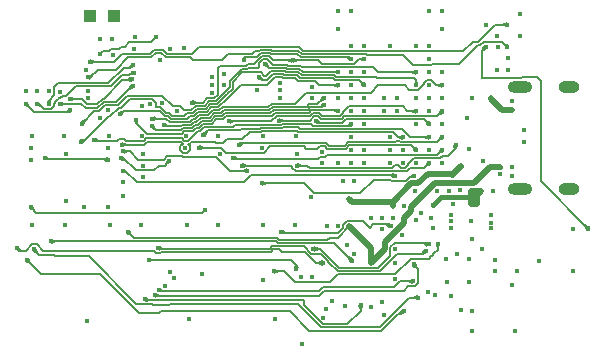
<source format=gbr>
%TF.GenerationSoftware,KiCad,Pcbnew,9.0.4*%
%TF.CreationDate,2025-09-08T17:38:28-04:00*%
%TF.ProjectId,CPU1-NRF5340-uBlox-NORA,43505531-2d4e-4524-9635-3334302d7542,A*%
%TF.SameCoordinates,Original*%
%TF.FileFunction,Copper,L3,Inr*%
%TF.FilePolarity,Positive*%
%FSLAX46Y46*%
G04 Gerber Fmt 4.6, Leading zero omitted, Abs format (unit mm)*
G04 Created by KiCad (PCBNEW 9.0.4) date 2025-09-08 17:38:28*
%MOMM*%
%LPD*%
G01*
G04 APERTURE LIST*
%TA.AperFunction,HeatsinkPad*%
%ADD10O,2.100000X1.000000*%
%TD*%
%TA.AperFunction,HeatsinkPad*%
%ADD11O,1.800000X1.000000*%
%TD*%
%TA.AperFunction,ComponentPad*%
%ADD12R,1.000000X1.000000*%
%TD*%
%TA.AperFunction,ViaPad*%
%ADD13C,0.450000*%
%TD*%
%TA.AperFunction,Conductor*%
%ADD14C,0.127000*%
%TD*%
%TA.AperFunction,Conductor*%
%ADD15C,0.500000*%
%TD*%
%TA.AperFunction,Conductor*%
%ADD16C,0.381000*%
%TD*%
G04 APERTURE END LIST*
D10*
%TO.N,GND*%
%TO.C,J1*%
X148720000Y-90280000D03*
D11*
X152900000Y-90280000D03*
D10*
X148720000Y-81640000D03*
D11*
X152900000Y-81640000D03*
%TD*%
D12*
%TO.N,Net-(U2-IO7)*%
%TO.C,TP1*%
X112360000Y-75621000D03*
%TD*%
%TO.N,/P0.31*%
%TO.C,TP2*%
X114360000Y-75621000D03*
%TD*%
D13*
%TO.N,/VBUS*%
X132000000Y-88050000D03*
%TO.N,unconnected-(U4-VBUS-PadB9)*%
X132000000Y-87100000D03*
%TO.N,/VBUSMON*%
X117950000Y-77400000D03*
X113188105Y-78812000D03*
%TO.N,/PGOOD*%
X117396000Y-83057426D03*
%TO.N,/PSEN*%
X117300000Y-96250000D03*
X116747009Y-83203802D03*
%TO.N,/AIN7*%
X125323600Y-79349600D03*
X122021600Y-91998800D03*
%TO.N,/PSMODE*%
X118250000Y-79300000D03*
%TO.N,GND*%
X107425000Y-85800000D03*
X142150000Y-75175000D03*
X127000000Y-85775000D03*
X144450000Y-86850000D03*
X153225000Y-97200000D03*
X138150000Y-97900000D03*
X147675000Y-79200000D03*
X141050000Y-75175000D03*
X138875000Y-91725000D03*
X138150000Y-96550000D03*
X142150000Y-76675000D03*
X113195000Y-77600000D03*
X146275000Y-93575000D03*
X138300000Y-83675000D03*
X112150000Y-82550000D03*
X123200000Y-93275000D03*
X107300000Y-86775000D03*
X127000000Y-93275000D03*
X127975000Y-101250000D03*
X114025000Y-93275000D03*
X141725000Y-90400000D03*
X128400000Y-81250000D03*
X146275000Y-92500000D03*
X134450000Y-75175000D03*
X110125000Y-85800000D03*
X131100000Y-97700000D03*
X137025000Y-92700000D03*
X141050000Y-86975000D03*
X133325000Y-93400000D03*
X126850000Y-86775000D03*
X143625000Y-90382500D03*
X142925000Y-93550000D03*
X153225000Y-93650000D03*
X146800000Y-80150000D03*
X142500000Y-96150000D03*
X137750000Y-78169000D03*
X129700000Y-93275000D03*
X107450000Y-93275000D03*
X135550000Y-78169000D03*
X148700000Y-75425000D03*
X123200000Y-85775000D03*
X120700000Y-101250000D03*
X106900000Y-82000000D03*
X138300000Y-82575000D03*
X122650000Y-82100000D03*
X113875000Y-86800000D03*
X116100000Y-77425000D03*
X148275000Y-102250000D03*
X112150000Y-82000000D03*
X133725000Y-89550000D03*
X123650002Y-80520000D03*
X129725000Y-85800000D03*
X142925000Y-92450000D03*
X148025000Y-98425000D03*
X146625000Y-97225000D03*
X137075000Y-93650000D03*
X144675000Y-102275000D03*
X108825000Y-82000000D03*
X113975000Y-85775000D03*
X134450000Y-78169000D03*
X137200000Y-82575000D03*
X139925000Y-92900000D03*
X113821537Y-83600000D03*
X120475000Y-85775000D03*
X143400000Y-95800000D03*
X133350000Y-75175000D03*
X139875000Y-90425000D03*
X120500000Y-93275000D03*
X134450000Y-86975000D03*
X110175000Y-93275000D03*
X116675000Y-93275000D03*
X116700000Y-85775000D03*
X144700000Y-82575000D03*
X142525000Y-98125000D03*
X141025000Y-78169000D03*
X109775000Y-82014998D03*
X148700000Y-77300000D03*
X126450000Y-81900000D03*
X133350000Y-76675000D03*
X148026284Y-89176284D03*
X148025000Y-82775000D03*
X120375000Y-86800000D03*
X147675000Y-80175000D03*
X107850000Y-82000000D03*
X142925000Y-92975000D03*
X128400000Y-81850000D03*
X146275000Y-93100000D03*
X127000000Y-98000000D03*
X146825000Y-77325000D03*
X120275002Y-78350000D03*
X131125000Y-81600000D03*
X141375000Y-93550000D03*
X137200000Y-83675000D03*
X138150000Y-95375000D03*
X144600000Y-93000000D03*
X142150000Y-88075000D03*
X139950000Y-78169000D03*
X122650000Y-80750000D03*
X136100000Y-92700000D03*
X122650000Y-81425000D03*
X137950000Y-92700000D03*
X133325000Y-88075000D03*
X144250000Y-84275000D03*
%TO.N,+3.3V*%
X121775000Y-97465500D03*
X131125000Y-82525000D03*
X144700000Y-100550000D03*
%TO.N,Net-(U1-X)*%
X113131197Y-84281197D03*
%TO.N,+3.3V*%
X145850000Y-76400000D03*
X128400000Y-82550000D03*
X119649256Y-83659499D03*
%TO.N,Net-(U1-X)*%
X112000000Y-80150000D03*
%TO.N,+3.3V*%
X135549999Y-86975001D03*
X123650002Y-81480000D03*
X134700000Y-89550000D03*
X146625000Y-96250000D03*
X144425000Y-98125000D03*
X114150000Y-77550000D03*
X116825000Y-87300000D03*
X110275000Y-87275000D03*
X144625000Y-94500000D03*
X123350000Y-87325000D03*
X112050000Y-101475000D03*
X114300000Y-78900000D03*
X134450000Y-88075000D03*
X145525000Y-95325000D03*
X130150000Y-97725000D03*
X146850000Y-78250000D03*
X135550000Y-88050000D03*
X144400000Y-96150000D03*
X150325000Y-96375000D03*
X129849999Y-87274999D03*
%TO.N,/AIN5*%
X140098327Y-99461500D03*
X141050000Y-81475000D03*
X107625000Y-95350000D03*
%TO.N,/AIN2*%
X134483767Y-96322082D03*
X135550000Y-83675000D03*
X109014634Y-94694240D03*
%TO.N,/P1.13*%
X133350000Y-81475000D03*
X111850000Y-91776000D03*
X114898399Y-83927062D03*
%TO.N,/AIN6*%
X139950000Y-80375000D03*
X110300000Y-91275000D03*
X111650000Y-84725000D03*
%TO.N,/HK-ADC3*%
X115120619Y-87075095D03*
X109786304Y-83081000D03*
X115930517Y-81562774D03*
X125627722Y-88700500D03*
%TO.N,/AIN7*%
X134450000Y-79275000D03*
X107300000Y-91775000D03*
%TO.N,/AIN1*%
X106150000Y-95275000D03*
X132065500Y-96527549D03*
X134450000Y-83675000D03*
%TO.N,/AIN0*%
X112675000Y-86075000D03*
X134450000Y-84775000D03*
%TO.N,/AIN3*%
X139950000Y-84775000D03*
X138875906Y-100629007D03*
X106950000Y-96250000D03*
%TO.N,/AIN4*%
X111525000Y-86275000D03*
X139950000Y-81475000D03*
%TO.N,/P1.06*%
X117585478Y-84294426D03*
X142150000Y-81475000D03*
%TO.N,/P1.04*%
X117607358Y-84947062D03*
X132170821Y-83132997D03*
%TO.N,/P1.01*%
X138850000Y-85875000D03*
X115119000Y-89705604D03*
X115011092Y-86509012D03*
%TO.N,/P1.08*%
X132165532Y-82524000D03*
X118590358Y-84827036D03*
%TO.N,/P1.07*%
X135550000Y-82575000D03*
X135250000Y-100075000D03*
X116971203Y-99584500D03*
X113850000Y-91775000D03*
%TO.N,/SCL*%
X116850000Y-88275000D03*
X139950000Y-88075000D03*
X139719000Y-96650000D03*
X117796613Y-99259500D03*
%TO.N,/SDA*%
X138148687Y-89161999D03*
X115119000Y-88705257D03*
X138850000Y-86975000D03*
%TO.N,/P1.05*%
X133350000Y-83675000D03*
X116200000Y-84400000D03*
X115084614Y-90865257D03*
%TO.N,/HK-ADC2*%
X114966729Y-87631197D03*
X115950000Y-79750000D03*
X119025000Y-87900000D03*
X108825000Y-83050000D03*
%TO.N,/P0.30*%
X134111500Y-95039449D03*
X134450000Y-80375000D03*
%TO.N,/SPI-MISO*%
X142150000Y-85875000D03*
X124916453Y-86503500D03*
%TO.N,/SPI-CS*%
X139950000Y-86975000D03*
X121550000Y-86775000D03*
%TO.N,/SPI-DCX*%
X125180703Y-88285000D03*
X141050000Y-88075000D03*
%TO.N,/P0.21*%
X124113500Y-84522881D03*
X139950000Y-83675000D03*
%TO.N,/P0.29*%
X134678999Y-95723253D03*
X135550000Y-80375000D03*
%TO.N,/HK-ADC1*%
X113850000Y-87775000D03*
X107850000Y-83025000D03*
X108525000Y-87600000D03*
X116024416Y-80407760D03*
%TO.N,/SPI-MOSI*%
X121923976Y-85699127D03*
X141050000Y-85875000D03*
%TO.N,/P0.24*%
X141778553Y-94885253D03*
X127878661Y-97235983D03*
X142150000Y-80375000D03*
%TO.N,/SPI-SCK*%
X142150000Y-86975000D03*
X124450727Y-87607000D03*
%TO.N,/QSPI-IO3*%
X141175000Y-92675000D03*
X141050000Y-82575000D03*
%TO.N,/QSPI-SCK*%
X129850000Y-88275000D03*
X143303434Y-86525000D03*
X142150002Y-82575000D03*
%TO.N,/QSPI-IO1*%
X139743000Y-89148379D03*
X141050000Y-83675000D03*
X126850000Y-89775000D03*
%TO.N,/QSPI-IO2*%
X141000000Y-94950000D03*
X131234500Y-95337656D03*
X131052175Y-90935219D03*
X142150000Y-84775000D03*
%TO.N,/HK-ADC0*%
X115882027Y-80973493D03*
X110650000Y-83575000D03*
X110650000Y-82619500D03*
X106900000Y-83050000D03*
X107300000Y-87775000D03*
%TO.N,/P0.02-NFC1*%
X137750000Y-85875000D03*
X138737055Y-94189135D03*
%TO.N,/P0.19*%
X139950000Y-82575000D03*
X140325000Y-92257000D03*
%TO.N,/QSPI-CSN*%
X128294669Y-84461000D03*
X142150000Y-83675000D03*
%TO.N,/P0.03-NFC2*%
X128507000Y-93869222D03*
X137800000Y-93350000D03*
X137750000Y-86975000D03*
%TO.N,/DP*%
X149075000Y-86250000D03*
X149075000Y-85250000D03*
%TO.N,/VBUS*%
X143725000Y-88310000D03*
X130252500Y-103372500D03*
X146250000Y-82575000D03*
X134287500Y-91112500D03*
X148025000Y-88375000D03*
X147000000Y-89000000D03*
X148025000Y-83575000D03*
X137975000Y-91725000D03*
%TO.N,/VBAT*%
X134287499Y-93387499D03*
X147000000Y-88375000D03*
X115501503Y-93861560D03*
X116085000Y-78400000D03*
X136125000Y-96525000D03*
X138900000Y-92700000D03*
%TO.N,/DISPON*%
X119074691Y-78375309D03*
X119106000Y-97300000D03*
%TO.N,/CC2*%
X147665000Y-78250000D03*
X112114958Y-80812561D03*
%TO.N,/CC1*%
X147665000Y-76350000D03*
X112300000Y-79500000D03*
%TO.N,/PSEN*%
X146460000Y-90400000D03*
X129800000Y-97025000D03*
%TO.N,/PSMODE*%
X118100000Y-95250000D03*
X142760000Y-90400000D03*
X140750000Y-95525000D03*
%TO.N,/P1.15*%
X133350000Y-82575000D03*
X132319500Y-100380372D03*
%TO.N,/P1.14*%
X132775000Y-99750000D03*
X134450000Y-82575000D03*
%TO.N,/P1.12*%
X133874379Y-100137588D03*
X134450000Y-81475000D03*
%TO.N,/PGOOD*%
X143100000Y-91550000D03*
X148485000Y-97200000D03*
X143725000Y-100500000D03*
X118700000Y-98505500D03*
%TO.N,Net-(U5-STAT)*%
X132075000Y-101140000D03*
X132400000Y-93425000D03*
%TO.N,/RESET*%
X118432233Y-82938011D03*
X142900000Y-99325000D03*
X154510000Y-93621000D03*
X119425000Y-97800000D03*
X145815000Y-78250000D03*
%TO.N,/USER*%
X135550000Y-84775000D03*
X137065500Y-99790500D03*
%TO.N,/P1.09*%
X126596856Y-80784462D03*
X135550000Y-81475000D03*
%TO.N,/SYS*%
X145100000Y-91550000D03*
X145450000Y-90400000D03*
X141375000Y-91650000D03*
X145600000Y-87912500D03*
X144575000Y-90425000D03*
X144675000Y-91506105D03*
%TO.N,/P1.00*%
X116850000Y-89275000D03*
X118171539Y-98794000D03*
X138850000Y-88075000D03*
X139681532Y-98074266D03*
%TO.N,/QSPI-IO0*%
X131444540Y-84535000D03*
X141050000Y-84775000D03*
%TO.N,/SWDCLK*%
X141504444Y-99226643D03*
X141025000Y-79275000D03*
%TO.N,/RxD*%
X136150000Y-100225000D03*
X134450000Y-85875000D03*
%TO.N,/TxD*%
X137250000Y-100900000D03*
X137750000Y-88075000D03*
%TO.N,/SWDIO*%
X141050000Y-80375000D03*
X140900000Y-99019901D03*
%TO.N,/P1.10*%
X135550000Y-79275000D03*
X120950000Y-82939298D03*
X129475000Y-79379000D03*
%TO.N,/P1.11*%
X133350000Y-80375000D03*
X127175000Y-79650000D03*
%TD*%
D14*
%TO.N,/SPI-SCK*%
X124535226Y-87691499D02*
X124450727Y-87607000D01*
X132203586Y-87558500D02*
X131796414Y-87558500D01*
X132357586Y-87404500D02*
X132203586Y-87558500D01*
X141720500Y-87404500D02*
X132357586Y-87404500D01*
X131663415Y-87691499D02*
X124535226Y-87691499D01*
X142150000Y-86975000D02*
X141720500Y-87404500D01*
X131796414Y-87558500D02*
X131663415Y-87691499D01*
%TO.N,/SPI-MISO*%
X125061453Y-86358500D02*
X124916453Y-86503500D01*
X131691204Y-86354500D02*
X131687204Y-86358500D01*
X132308796Y-86354500D02*
X131691204Y-86354500D01*
X132533796Y-86579500D02*
X132308796Y-86354500D01*
X133897270Y-86579500D02*
X132533796Y-86579500D01*
X138136290Y-86304500D02*
X134172270Y-86304500D01*
X138480210Y-86171000D02*
X138269790Y-86171000D01*
X138613710Y-86304500D02*
X138480210Y-86171000D01*
X131687204Y-86358500D02*
X125061453Y-86358500D01*
X141720500Y-86304500D02*
X138613710Y-86304500D01*
X142150000Y-85875000D02*
X141720500Y-86304500D01*
%TO.N,/SPI-CS*%
X123389020Y-86775000D02*
X121550000Y-86775000D01*
X123805520Y-87191500D02*
X123389020Y-86775000D01*
X127601520Y-86612500D02*
X127022520Y-87191500D01*
X131796414Y-86608500D02*
X131571414Y-86833500D01*
%TO.N,/SPI-MISO*%
X138269790Y-86171000D02*
X138136290Y-86304500D01*
%TO.N,/SPI-CS*%
X134277480Y-86558500D02*
X134002480Y-86833500D01*
X139533500Y-86558500D02*
X134277480Y-86558500D01*
X139950000Y-86975000D02*
X139533500Y-86558500D01*
%TO.N,/SPI-MISO*%
X134172270Y-86304500D02*
X133897270Y-86579500D01*
%TO.N,/SPI-CS*%
X131571414Y-86833500D02*
X130629100Y-86833500D01*
X132203586Y-86608500D02*
X131796414Y-86608500D01*
X130408100Y-86612500D02*
X127601520Y-86612500D01*
X130629100Y-86833500D02*
X130408100Y-86612500D01*
X132428586Y-86833500D02*
X132203586Y-86608500D01*
X127022520Y-87191500D02*
X123805520Y-87191500D01*
X134002480Y-86833500D02*
X132428586Y-86833500D01*
%TO.N,/HK-ADC3*%
X115875144Y-81618147D02*
X115930517Y-81562774D01*
X115776688Y-81635266D02*
X115816764Y-81635266D01*
X113512741Y-82854500D02*
X114557454Y-82854500D01*
X112949344Y-83417897D02*
X113512741Y-82854500D01*
X111963601Y-83417897D02*
X112949344Y-83417897D01*
X111580704Y-83035000D02*
X111963601Y-83417897D01*
X109832304Y-83035000D02*
X111580704Y-83035000D01*
X115833883Y-81618147D02*
X115875144Y-81618147D01*
%TO.N,/HK-ADC1*%
X115854502Y-80407760D02*
X116024416Y-80407760D01*
X115646517Y-80615745D02*
X115854502Y-80407760D01*
X111125000Y-81575000D02*
X114095201Y-81575000D01*
X110496000Y-82204000D02*
X111125000Y-81575000D01*
X110477894Y-82204000D02*
X110496000Y-82204000D01*
X109972520Y-82406498D02*
X110275396Y-82406498D01*
X109947520Y-82431498D02*
X109972520Y-82406498D01*
X109882141Y-82431498D02*
X109947520Y-82431498D01*
X109649139Y-82664500D02*
X109882141Y-82431498D01*
X109369804Y-82908480D02*
X109613784Y-82664500D01*
X109369804Y-82943835D02*
X109369804Y-82908480D01*
X108962165Y-83466500D02*
X108997520Y-83466500D01*
X108928665Y-83500000D02*
X108962165Y-83466500D01*
X107975000Y-83025000D02*
X108450000Y-83500000D01*
X109241500Y-83072139D02*
X109369804Y-82943835D01*
X109241500Y-83222520D02*
X109241500Y-83072139D01*
%TO.N,/HK-ADC0*%
X115067482Y-81032518D02*
X115823002Y-81032518D01*
X113499500Y-82600500D02*
X115067482Y-81032518D01*
X112058500Y-83050000D02*
X112958031Y-83050000D01*
X110650000Y-82619500D02*
X110650000Y-82644500D01*
%TO.N,/HK-ADC1*%
X109613784Y-82664500D02*
X109649139Y-82664500D01*
X114095201Y-81575000D02*
X115054456Y-80615745D01*
%TO.N,/HK-ADC0*%
X113407531Y-82600500D02*
X113499500Y-82600500D01*
X111658500Y-82650000D02*
X112058500Y-83050000D01*
%TO.N,/HK-ADC1*%
X108450000Y-83500000D02*
X108928665Y-83500000D01*
%TO.N,/HK-ADC0*%
X110650000Y-82644500D02*
X110655500Y-82650000D01*
%TO.N,/HK-ADC1*%
X110275396Y-82406498D02*
X110477894Y-82204000D01*
%TO.N,/HK-ADC3*%
X114557454Y-82854500D02*
X115776688Y-81635266D01*
%TO.N,/HK-ADC0*%
X112958031Y-83050000D02*
X113407531Y-82600500D01*
%TO.N,/HK-ADC3*%
X115816764Y-81635266D02*
X115833883Y-81618147D01*
%TO.N,/HK-ADC0*%
X115823002Y-81032518D02*
X115882027Y-80973493D01*
%TO.N,/HK-ADC1*%
X108997520Y-83466500D02*
X109241500Y-83222520D01*
%TO.N,/HK-ADC0*%
X110655500Y-82650000D02*
X111658500Y-82650000D01*
%TO.N,/HK-ADC1*%
X115054456Y-80615745D02*
X115646517Y-80615745D01*
%TO.N,/CC1*%
X114395086Y-79500000D02*
X112300000Y-79500000D01*
X115063586Y-78831500D02*
X114395086Y-79500000D01*
X117405290Y-78831500D02*
X115063586Y-78831500D01*
X117767992Y-78468798D02*
X117405290Y-78831500D01*
X118473094Y-78468798D02*
X117767992Y-78468798D01*
X118845796Y-78841500D02*
X118473094Y-78468798D01*
X120933298Y-78841500D02*
X118845796Y-78841500D01*
X130368500Y-78585500D02*
X130001500Y-78218500D01*
X143939500Y-78585500D02*
X130368500Y-78585500D01*
X145169500Y-77780500D02*
X144744500Y-77780500D01*
X147665000Y-76350000D02*
X146600000Y-76350000D01*
%TO.N,/CC2*%
X112365439Y-80812561D02*
X112114958Y-80812561D01*
X113026500Y-80151500D02*
X112365439Y-80812561D01*
X115563520Y-79085500D02*
X114497520Y-80151500D01*
X120828088Y-79095500D02*
X118740586Y-79095500D01*
X126050000Y-78828000D02*
X124037790Y-78828000D01*
X126332000Y-78546000D02*
X126050000Y-78828000D01*
X126613764Y-78546000D02*
X126332000Y-78546000D01*
X126687264Y-78472500D02*
X126613764Y-78546000D01*
%TO.N,/CC1*%
X121556298Y-78218500D02*
X120933298Y-78841500D01*
%TO.N,/CC2*%
X127662736Y-78472500D02*
X126687264Y-78472500D01*
X135703520Y-78839500D02*
X130263290Y-78839500D01*
X118740586Y-79095500D02*
X118367884Y-78722798D01*
X135793020Y-78929000D02*
X135703520Y-78839500D01*
X138825000Y-78929000D02*
X135793020Y-78929000D01*
%TO.N,/CC1*%
X146600000Y-76350000D02*
X145169500Y-77780500D01*
%TO.N,/CC2*%
X139671000Y-79775000D02*
X138825000Y-78929000D01*
X114497520Y-80151500D02*
X113026500Y-80151500D01*
X141275000Y-79700000D02*
X141200000Y-79775000D01*
X143550000Y-79700000D02*
X141275000Y-79700000D01*
X124037790Y-78828000D02*
X123511790Y-79354000D01*
X145162165Y-78087835D02*
X143550000Y-79700000D01*
X145337165Y-78087835D02*
X145162165Y-78087835D01*
X123511790Y-79354000D02*
X121086588Y-79354000D01*
X147690000Y-78250000D02*
X147215000Y-77775000D01*
X129969790Y-78546000D02*
X127736236Y-78546000D01*
X145650000Y-77775000D02*
X145337165Y-78087835D01*
X121086588Y-79354000D02*
X120828088Y-79095500D01*
X141200000Y-79775000D02*
X139671000Y-79775000D01*
X147215000Y-77775000D02*
X145650000Y-77775000D01*
X117873202Y-78722798D02*
X117510500Y-79085500D01*
%TO.N,/CC1*%
X144744500Y-77780500D02*
X143939500Y-78585500D01*
%TO.N,/CC2*%
X118367884Y-78722798D02*
X117873202Y-78722798D01*
X127736236Y-78546000D02*
X127662736Y-78472500D01*
%TO.N,/CC1*%
X130001500Y-78218500D02*
X121556298Y-78218500D01*
%TO.N,/CC2*%
X130263290Y-78839500D02*
X129969790Y-78546000D01*
X117510500Y-79085500D02*
X115563520Y-79085500D01*
%TO.N,/P1.05*%
X116200000Y-84660116D02*
X116200000Y-84400000D01*
X117156164Y-85616280D02*
X116200000Y-84660116D01*
X118727579Y-85616280D02*
X117156164Y-85616280D01*
X118763090Y-85580769D02*
X118727579Y-85616280D01*
X120080211Y-85580769D02*
X118763090Y-85580769D01*
X120302480Y-85358500D02*
X120080211Y-85580769D01*
X121082636Y-85358500D02*
X120302480Y-85358500D01*
X121336636Y-85104500D02*
X121082636Y-85358500D01*
X121540561Y-85104500D02*
X121336636Y-85104500D01*
X122642260Y-84745000D02*
X121900061Y-84745000D01*
X123017760Y-84369500D02*
X122642260Y-84745000D01*
X123590056Y-84369500D02*
X123017760Y-84369500D01*
X123852175Y-84107381D02*
X123590056Y-84369500D01*
X127701472Y-84107381D02*
X123852175Y-84107381D01*
X128017353Y-83791500D02*
X127701472Y-84107381D01*
X131062014Y-83611500D02*
X130882014Y-83791500D01*
X121900061Y-84745000D02*
X121540561Y-85104500D01*
X130882014Y-83791500D02*
X128017353Y-83791500D01*
X133350000Y-83675000D02*
X133286500Y-83611500D01*
X133286500Y-83611500D02*
X131062014Y-83611500D01*
%TO.N,/AIN4*%
X114038874Y-84091500D02*
X113908500Y-84091500D01*
X114919328Y-83384337D02*
X114746037Y-83384337D01*
X117599586Y-82604500D02*
X115699165Y-82604500D01*
X117940793Y-82945707D02*
X117599586Y-82604500D01*
X117940793Y-83352879D02*
X117940793Y-82945707D01*
X118275249Y-83352879D02*
X117940793Y-83352879D01*
X119004364Y-83827536D02*
X118749906Y-83827536D01*
X120541500Y-83834500D02*
X120287500Y-84088500D01*
X121014511Y-83834500D02*
X120541500Y-83834500D01*
X121384611Y-83464400D02*
X121014511Y-83834500D01*
X119265328Y-84088500D02*
X119004364Y-83827536D01*
X122126810Y-83464400D02*
X121384611Y-83464400D01*
X122491710Y-83099500D02*
X122126810Y-83464400D01*
X123958798Y-82225500D02*
X123938006Y-82225500D01*
X124395502Y-81788796D02*
X123958798Y-82225500D01*
X124395502Y-81195708D02*
X124395502Y-81788796D01*
X125231210Y-80360000D02*
X124395502Y-81195708D01*
X126760000Y-80360000D02*
X125231210Y-80360000D01*
X127075000Y-80675000D02*
X126760000Y-80360000D01*
X127649500Y-80250500D02*
X127225000Y-80675000D01*
X128814006Y-80250500D02*
X127649500Y-80250500D01*
X128889006Y-80325500D02*
X128814006Y-80250500D01*
X129932940Y-80325500D02*
X128889006Y-80325500D01*
X130243440Y-80636000D02*
X129932940Y-80325500D01*
X131326000Y-80637001D02*
X131325000Y-80636001D01*
X133019625Y-80637001D02*
X131326000Y-80637001D01*
X136625000Y-80829500D02*
X136600000Y-80804500D01*
X139950000Y-81475000D02*
X139950000Y-81048000D01*
%TO.N,/P1.13*%
X115206792Y-83618669D02*
X114898399Y-83927062D01*
X116466790Y-83618669D02*
X115206792Y-83618669D01*
%TO.N,/AIN4*%
X115699165Y-82604500D02*
X114919328Y-83384337D01*
%TO.N,/P1.13*%
X116543423Y-83695302D02*
X116466790Y-83618669D01*
X118258462Y-83695302D02*
X116543423Y-83695302D01*
X118644696Y-84081536D02*
X118258462Y-83695302D01*
%TO.N,/AIN4*%
X111725000Y-86275000D02*
X111525000Y-86275000D01*
%TO.N,/P1.13*%
X118899154Y-84081536D02*
X118644696Y-84081536D01*
X119160118Y-84342500D02*
X118899154Y-84081536D01*
X120541500Y-84342500D02*
X119160118Y-84342500D01*
X120795500Y-84088500D02*
X120541500Y-84342500D01*
X121489821Y-83718400D02*
X121119721Y-84088500D01*
X122596920Y-83353500D02*
X122232020Y-83718400D01*
X123169216Y-83353500D02*
X122596920Y-83353500D01*
%TO.N,/AIN4*%
X114746037Y-83384337D02*
X114038874Y-84091500D01*
%TO.N,/P1.13*%
X123903500Y-82619216D02*
X123169216Y-83353500D01*
X125068508Y-81475000D02*
X123924292Y-82619216D01*
X127991500Y-80758500D02*
X127275000Y-81475000D01*
X129352480Y-80858500D02*
X128703586Y-80858500D01*
X129722520Y-80833500D02*
X129377480Y-80833500D01*
X129966500Y-81077480D02*
X129722520Y-80833500D01*
X129966500Y-81112835D02*
X129966500Y-81077480D01*
X131347001Y-81147001D02*
X130000665Y-81147000D01*
%TO.N,/AIN4*%
X118749906Y-83827536D02*
X118275249Y-83352879D01*
%TO.N,/P1.13*%
X131675000Y-81475000D02*
X131347001Y-81147001D01*
X133350000Y-81475000D02*
X131675000Y-81475000D01*
%TO.N,/P1.06*%
X117626588Y-84335536D02*
X117585478Y-84294426D01*
X119398204Y-84596500D02*
X119371254Y-84623450D01*
X120767006Y-84596500D02*
X119398204Y-84596500D01*
X121224931Y-84342500D02*
X121021006Y-84342500D01*
X122337230Y-83972400D02*
X121595031Y-83972400D01*
%TO.N,/P1.13*%
X128603586Y-80758500D02*
X127991500Y-80758500D01*
%TO.N,/P1.06*%
X122702130Y-83607500D02*
X122337230Y-83972400D01*
X123274426Y-83607500D02*
X122702130Y-83607500D01*
X127398223Y-83333000D02*
X123548926Y-83333000D01*
%TO.N,/AIN4*%
X127225000Y-80675000D02*
X127075000Y-80675000D01*
%TO.N,/P1.06*%
X127701723Y-83029500D02*
X127398223Y-83333000D01*
X129659520Y-83029500D02*
X127701723Y-83029500D01*
X138986184Y-81475000D02*
X136725000Y-81475000D01*
X139367184Y-81856000D02*
X138986184Y-81475000D01*
X139741980Y-81856000D02*
X139367184Y-81856000D01*
X139777480Y-81891500D02*
X139741980Y-81856000D01*
%TO.N,/AIN4*%
X139950000Y-81048000D02*
X139731500Y-80829500D01*
%TO.N,/P1.06*%
X140366500Y-81647520D02*
X140122520Y-81891500D01*
X140366500Y-81619684D02*
X140366500Y-81647520D01*
X140633500Y-81352684D02*
X140366500Y-81619684D01*
X140633500Y-81302480D02*
X140633500Y-81352684D01*
%TO.N,/AIN4*%
X136600000Y-80804500D02*
X133187124Y-80804500D01*
%TO.N,/P1.06*%
X141222520Y-81058500D02*
X140877480Y-81058500D01*
X136091500Y-82108500D02*
X130580520Y-82108500D01*
X141639020Y-81475000D02*
X141222520Y-81058500D01*
X119371254Y-84623450D02*
X119081858Y-84623450D01*
X142150000Y-81475000D02*
X141639020Y-81475000D01*
%TO.N,/AIN4*%
X113908500Y-84091500D02*
X111725000Y-86275000D01*
%TO.N,/P1.13*%
X123924292Y-82619216D02*
X123903500Y-82619216D01*
%TO.N,/P1.06*%
X123548926Y-83333000D02*
X123274426Y-83607500D01*
%TO.N,/P1.08*%
X118716822Y-84953500D02*
X118590358Y-84827036D01*
%TO.N,/P1.06*%
X119081858Y-84623450D02*
X118793944Y-84335536D01*
%TO.N,/P1.08*%
X119989060Y-84953500D02*
X118716822Y-84953500D01*
X120872216Y-84850500D02*
X120092060Y-84850500D01*
X121126216Y-84596500D02*
X120872216Y-84850500D01*
X121330141Y-84596500D02*
X121126216Y-84596500D01*
X121700241Y-84226400D02*
X121330141Y-84596500D01*
X122442440Y-84226400D02*
X121700241Y-84226400D01*
X122807340Y-83861500D02*
X122442440Y-84226400D01*
X123379636Y-83861500D02*
X122807340Y-83861500D01*
X123647488Y-83593648D02*
X123379636Y-83861500D01*
%TO.N,/P1.13*%
X122232020Y-83718400D02*
X121489821Y-83718400D01*
X129377480Y-80833500D02*
X129352480Y-80858500D01*
%TO.N,/P1.08*%
X127806933Y-83283500D02*
X127496785Y-83593648D01*
X131531500Y-83103500D02*
X130851594Y-83103500D01*
X132165532Y-82524000D02*
X132111000Y-82524000D01*
%TO.N,/AIN4*%
X131325000Y-80636001D02*
X130243440Y-80636000D01*
%TO.N,/P1.06*%
X136725000Y-81475000D02*
X136091500Y-82108500D01*
%TO.N,/P1.08*%
X130671594Y-83283500D02*
X127806933Y-83283500D01*
X130851594Y-83103500D02*
X130671594Y-83283500D01*
%TO.N,/AIN4*%
X139731500Y-80829500D02*
X136625000Y-80829500D01*
X123938006Y-82225500D02*
X123064006Y-83099500D01*
%TO.N,/P1.13*%
X121119721Y-84088500D02*
X120795500Y-84088500D01*
%TO.N,/P1.06*%
X121021006Y-84342500D02*
X120767006Y-84596500D01*
%TO.N,/AIN4*%
X133187124Y-80804500D02*
X133019625Y-80637001D01*
%TO.N,/P1.06*%
X118793944Y-84335536D02*
X117626588Y-84335536D01*
%TO.N,/P1.04*%
X120051001Y-85250769D02*
X117911065Y-85250769D01*
X120197270Y-85104500D02*
X120051001Y-85250769D01*
X120977426Y-85104500D02*
X120197270Y-85104500D01*
X121435351Y-84850500D02*
X121231426Y-84850500D01*
X122537050Y-84491000D02*
X121794851Y-84491000D01*
X123746965Y-83853381D02*
X123484846Y-84115500D01*
%TO.N,/P1.13*%
X127275000Y-81475000D02*
X125068508Y-81475000D01*
%TO.N,/P1.04*%
X127596262Y-83853381D02*
X123746965Y-83853381D01*
X130956804Y-83357500D02*
X130776804Y-83537500D01*
X131946318Y-83357500D02*
X130956804Y-83357500D01*
%TO.N,/P1.13*%
X128703586Y-80858500D02*
X128603586Y-80758500D01*
%TO.N,/P1.04*%
X132170821Y-83132997D02*
X131946318Y-83357500D01*
%TO.N,/AIN4*%
X123064006Y-83099500D02*
X122491710Y-83099500D01*
X120287500Y-84088500D02*
X119265328Y-84088500D01*
%TO.N,/P1.04*%
X117911065Y-85250769D02*
X117607358Y-84947062D01*
X121794851Y-84491000D02*
X121435351Y-84850500D01*
X121231426Y-84850500D02*
X120977426Y-85104500D01*
%TO.N,/P1.08*%
X127496785Y-83593648D02*
X123647488Y-83593648D01*
%TO.N,/P1.04*%
X127912143Y-83537500D02*
X127596262Y-83853381D01*
%TO.N,/P1.08*%
X120092060Y-84850500D02*
X119989060Y-84953500D01*
%TO.N,/P1.04*%
X123484846Y-84115500D02*
X122912550Y-84115500D01*
%TO.N,/P1.06*%
X140122520Y-81891500D02*
X139777480Y-81891500D01*
X121595031Y-83972400D02*
X121224931Y-84342500D01*
%TO.N,/P1.08*%
X132111000Y-82524000D02*
X131531500Y-83103500D01*
%TO.N,/P1.06*%
X140877480Y-81058500D02*
X140633500Y-81302480D01*
%TO.N,/P1.04*%
X122912550Y-84115500D02*
X122537050Y-84491000D01*
%TO.N,/P1.06*%
X130580520Y-82108500D02*
X129659520Y-83029500D01*
%TO.N,/P1.13*%
X130000665Y-81147000D02*
X129966500Y-81112835D01*
%TO.N,/P1.04*%
X130776804Y-83537500D02*
X127912143Y-83537500D01*
%TO.N,/AIN6*%
X136725000Y-80375000D02*
X139950000Y-80375000D01*
X136308500Y-79958500D02*
X136725000Y-80375000D01*
X130284360Y-79958500D02*
X136308500Y-79958500D01*
X129099426Y-79817500D02*
X130143360Y-79817500D01*
X127590500Y-79514663D02*
X127818337Y-79742500D01*
X126634421Y-79908999D02*
X126634421Y-79602973D01*
X126550420Y-79993000D02*
X126634421Y-79908999D01*
X125618106Y-80060600D02*
X125685706Y-79993000D01*
X125171400Y-80060600D02*
X125618106Y-80060600D01*
X124141502Y-81090498D02*
X125171400Y-80060600D01*
X124141502Y-81662794D02*
X124141502Y-81090498D01*
X122386500Y-82845500D02*
X122958796Y-82845500D01*
X122023600Y-83208400D02*
X122386500Y-82845500D01*
X127002894Y-79234500D02*
X127347106Y-79234500D01*
X121281401Y-83208400D02*
X122023600Y-83208400D01*
X120910032Y-83579769D02*
X121281401Y-83208400D01*
X120284065Y-83579769D02*
X120910032Y-83579769D01*
X119314287Y-83208500D02*
X119912796Y-83208500D01*
X118456287Y-82350500D02*
X119314287Y-83208500D01*
X115420664Y-82350500D02*
X118456287Y-82350500D01*
X114662664Y-83108500D02*
X115420664Y-82350500D01*
X113617951Y-83108500D02*
X114662664Y-83108500D01*
X113054554Y-83671897D02*
X113617951Y-83108500D01*
X112703103Y-83671897D02*
X113054554Y-83671897D01*
X111650000Y-84725000D02*
X112703103Y-83671897D01*
X127818337Y-79742500D02*
X129024426Y-79742500D01*
X130143360Y-79817500D02*
X130284360Y-79958500D01*
X125685706Y-79993000D02*
X126550420Y-79993000D01*
X119912796Y-83208500D02*
X120284065Y-83579769D01*
X126634421Y-79602973D02*
X127002894Y-79234500D01*
X127347106Y-79234500D02*
X127590500Y-79477894D01*
X129024426Y-79742500D02*
X129099426Y-79817500D01*
X127590500Y-79477894D02*
X127590500Y-79514663D01*
X122958796Y-82845500D02*
X124141502Y-81662794D01*
%TO.N,/VBUSMON*%
X117508500Y-77841500D02*
X117950000Y-77400000D01*
X115297146Y-78202854D02*
X115658500Y-77841500D01*
X114096414Y-78408500D02*
X114772807Y-78408500D01*
X113928414Y-78576500D02*
X114096414Y-78408500D01*
X113423605Y-78576500D02*
X113928414Y-78576500D01*
X113188105Y-78812000D02*
X113423605Y-78576500D01*
X114978453Y-78202854D02*
X115297146Y-78202854D01*
X114772807Y-78408500D02*
X114978453Y-78202854D01*
X115658500Y-77841500D02*
X117508500Y-77841500D01*
%TO.N,/HK-ADC2*%
X115715846Y-79984154D02*
X115950000Y-79750000D01*
X111019376Y-81320000D02*
X113869376Y-81320000D01*
X111018376Y-81321000D02*
X111019376Y-81320000D01*
X109625000Y-81321000D02*
X111018376Y-81321000D01*
X113869376Y-81320000D02*
X115205222Y-79984154D01*
X109300000Y-81646000D02*
X109625000Y-81321000D01*
X115205222Y-79984154D02*
X115715846Y-79984154D01*
%TO.N,/P1.10*%
X122853586Y-82591500D02*
X122258500Y-82591500D01*
X123141500Y-82303586D02*
X122853586Y-82591500D01*
X123141500Y-80008500D02*
X123141500Y-82303586D01*
X125512896Y-79806600D02*
X123343400Y-79806600D01*
X126897684Y-78980500D02*
X126224184Y-79654000D01*
X127850816Y-79379000D02*
X127452316Y-78980500D01*
X129475000Y-79379000D02*
X127850816Y-79379000D01*
X125665496Y-79654000D02*
X125512896Y-79806600D01*
X126224184Y-79654000D02*
X125665496Y-79654000D01*
X121910698Y-82939302D02*
X120950004Y-82939302D01*
X120950004Y-82939302D02*
X120950000Y-82939298D01*
X123343400Y-79806600D02*
X123141500Y-80008500D01*
X127452316Y-78980500D02*
X126897684Y-78980500D01*
X122258500Y-82591500D02*
X121910698Y-82939302D01*
%TO.N,/AIN0*%
X131783080Y-84948500D02*
X134276500Y-84948500D01*
X131781080Y-84950500D02*
X131783080Y-84948500D01*
X131004038Y-84792000D02*
X131162538Y-84950500D01*
X128564580Y-84792000D02*
X131004038Y-84792000D01*
X128480080Y-84876500D02*
X128564580Y-84792000D01*
X128075548Y-84850500D02*
X128101548Y-84876500D01*
X124624500Y-84850500D02*
X128075548Y-84850500D01*
X121480520Y-85358500D02*
X121645771Y-85358500D01*
X120647520Y-86191500D02*
X121480520Y-85358500D01*
X120076480Y-85965500D02*
X120302480Y-86191500D01*
X116872520Y-86191500D02*
X117098520Y-85965500D01*
X115401500Y-86191500D02*
X116872520Y-86191500D01*
X115214400Y-86004400D02*
X115401500Y-86191500D01*
X114757200Y-86004400D02*
X115214400Y-86004400D01*
X134276500Y-84948500D02*
X134450000Y-84775000D01*
X120302480Y-86191500D02*
X120647520Y-86191500D01*
X131162538Y-84950500D02*
X131781080Y-84950500D01*
X121645771Y-85358500D02*
X121979271Y-85025000D01*
X128101548Y-84876500D02*
X128480080Y-84876500D01*
X117098520Y-85965500D02*
X120076480Y-85965500D01*
X114570100Y-86191500D02*
X114757200Y-86004400D01*
X112791500Y-86191500D02*
X114570100Y-86191500D01*
X124450000Y-85025000D02*
X124624500Y-84850500D01*
X121979271Y-85025000D02*
X124450000Y-85025000D01*
X112675000Y-86075000D02*
X112791500Y-86191500D01*
%TO.N,/PSEN*%
X117300000Y-96250000D02*
X129325000Y-96250000D01*
X129834501Y-96990499D02*
X129834501Y-96759501D01*
X129800000Y-97025000D02*
X129834501Y-96990499D01*
X129834501Y-96759501D02*
X129325000Y-96250000D01*
%TO.N,/P1.01*%
X116914218Y-86509012D02*
X115011092Y-86509012D01*
X117124737Y-86298493D02*
X116914218Y-86509012D01*
X120168875Y-86417105D02*
X120050263Y-86298493D01*
X119958500Y-86627480D02*
X120168875Y-86417105D01*
X119958500Y-86972520D02*
X119958500Y-86627480D01*
X120547520Y-87216500D02*
X120202480Y-87216500D01*
X120791500Y-86627480D02*
X120791500Y-86972520D01*
X120609520Y-86445500D02*
X120791500Y-86627480D01*
X120050263Y-86298493D02*
X117124737Y-86298493D01*
X123586032Y-86400000D02*
X122968000Y-86400000D01*
X123961032Y-86025000D02*
X123586032Y-86400000D01*
X125186000Y-86025000D02*
X123961032Y-86025000D01*
X125205500Y-86044500D02*
X125186000Y-86025000D01*
X125856000Y-85394000D02*
X125205500Y-86044500D01*
X127172520Y-85358500D02*
X126827480Y-85358500D01*
X127198520Y-85384500D02*
X127172520Y-85358500D01*
X126791980Y-85394000D02*
X125856000Y-85394000D01*
X129898520Y-85384500D02*
X127198520Y-85384500D01*
X137983500Y-85458500D02*
X129972520Y-85458500D01*
X138400000Y-85875000D02*
X137983500Y-85458500D01*
X138850000Y-85875000D02*
X138400000Y-85875000D01*
X122968000Y-86400000D02*
X122866493Y-86298493D01*
X120202480Y-87216500D02*
X119958500Y-86972520D01*
X129972520Y-85458500D02*
X129898520Y-85384500D01*
X126827480Y-85358500D02*
X126791980Y-85394000D01*
X120752730Y-86445500D02*
X120609520Y-86445500D01*
X122866493Y-86298493D02*
X120899737Y-86298493D01*
X120791500Y-86972520D02*
X120547520Y-87216500D01*
X120899737Y-86298493D02*
X120752730Y-86445500D01*
%TO.N,/SPI-MOSI*%
X122323103Y-85300000D02*
X121923976Y-85699127D01*
X125050000Y-85300000D02*
X122323103Y-85300000D01*
X126686770Y-85140000D02*
X125210000Y-85140000D01*
X126722270Y-85104500D02*
X126686770Y-85140000D01*
X128669790Y-85046000D02*
X128585290Y-85130500D01*
X129919230Y-85046000D02*
X128669790Y-85046000D01*
X131886290Y-85204500D02*
X130077730Y-85204500D01*
X131888290Y-85202500D02*
X131886290Y-85204500D01*
X137250000Y-85179060D02*
X137226560Y-85202500D01*
X138744850Y-85179060D02*
X137250000Y-85179060D01*
X139440790Y-85875000D02*
X138744850Y-85179060D01*
X141050000Y-85875000D02*
X139440790Y-85875000D01*
X127277730Y-85104500D02*
X126722270Y-85104500D01*
X128585290Y-85130500D02*
X127303730Y-85130500D01*
X137226560Y-85202500D02*
X131888290Y-85202500D01*
X127303730Y-85130500D02*
X127277730Y-85104500D01*
X125210000Y-85140000D02*
X125050000Y-85300000D01*
X130077730Y-85204500D02*
X129919230Y-85046000D01*
%TO.N,/P1.11*%
X127444192Y-79996500D02*
X127175000Y-79727308D01*
X128919216Y-79996500D02*
X127444192Y-79996500D01*
X128994216Y-80071500D02*
X128919216Y-79996500D01*
X130038150Y-80071500D02*
X128994216Y-80071500D01*
X130348650Y-80382000D02*
X130038150Y-80071500D01*
X131663873Y-80382001D02*
X130348650Y-80382000D01*
X131664872Y-80383000D02*
X131663873Y-80382001D01*
X132915000Y-80383000D02*
X131664872Y-80383000D01*
X133350000Y-80375000D02*
X132923000Y-80375000D01*
X132923000Y-80375000D02*
X132915000Y-80383000D01*
%TO.N,/P1.09*%
X126632211Y-80784462D02*
X126596856Y-80784462D01*
X126847749Y-81000000D02*
X126632211Y-80784462D01*
X127845500Y-80504500D02*
X127350000Y-81000000D01*
X128708796Y-80504500D02*
X127845500Y-80504500D01*
X127350000Y-81000000D02*
X126847749Y-81000000D01*
X128783796Y-80579500D02*
X128708796Y-80504500D01*
X132914001Y-80892001D02*
X130140230Y-80892000D01*
X133080500Y-81058500D02*
X132914001Y-80892001D01*
X135133500Y-81058500D02*
X133080500Y-81058500D01*
X135550000Y-81475000D02*
X135133500Y-81058500D01*
X130140230Y-80892000D02*
X129827730Y-80579500D01*
%TO.N,/P1.11*%
X127175000Y-79727308D02*
X127175000Y-79650000D01*
%TO.N,/P1.09*%
X129827730Y-80579500D02*
X128783796Y-80579500D01*
D15*
%TO.N,/VBAT*%
X146231624Y-88375000D02*
X147000000Y-88375000D01*
X144834624Y-89772000D02*
X146231624Y-88375000D01*
D16*
X146204734Y-88375000D02*
X147000000Y-88375000D01*
D15*
X143925000Y-89772000D02*
X144834624Y-89772000D01*
D14*
%TO.N,/AIN3*%
X138689413Y-100815500D02*
X138875906Y-100629007D01*
X138434500Y-100815500D02*
X138689413Y-100815500D01*
X137000000Y-102250000D02*
X138434500Y-100815500D01*
X130900000Y-102250000D02*
X137000000Y-102250000D01*
X129225000Y-100575000D02*
X130900000Y-102250000D01*
X118359210Y-100575000D02*
X129225000Y-100575000D01*
X116444790Y-100779000D02*
X118155210Y-100779000D01*
X113140790Y-97475000D02*
X116444790Y-100779000D01*
X108175000Y-97475000D02*
X113140790Y-97475000D01*
X118155210Y-100779000D02*
X118359210Y-100575000D01*
X106950000Y-96250000D02*
X108175000Y-97475000D01*
%TO.N,/AIN7*%
X125323600Y-79146400D02*
X125323600Y-79349600D01*
X125380000Y-79090000D02*
X125323600Y-79146400D01*
X127557526Y-78726500D02*
X126792474Y-78726500D01*
X127656026Y-78825000D02*
X127557526Y-78726500D01*
X129889580Y-78825000D02*
X127656026Y-78825000D01*
X126428974Y-79090000D02*
X125380000Y-79090000D01*
X134450000Y-79275000D02*
X134268500Y-79093500D01*
X134268500Y-79093500D02*
X130158080Y-79093500D01*
X130158080Y-79093500D02*
X129889580Y-78825000D01*
X126792474Y-78726500D02*
X126428974Y-79090000D01*
X107777800Y-92252800D02*
X107300000Y-91775000D01*
X121767600Y-92252800D02*
X107777800Y-92252800D01*
X122021600Y-91998800D02*
X121767600Y-92252800D01*
%TO.N,/P0.21*%
X127639063Y-84529000D02*
X124119619Y-84529000D01*
X130987224Y-84045500D02*
X128122563Y-84045500D01*
X131167224Y-83865500D02*
X130987224Y-84045500D01*
X128122563Y-84045500D02*
X127639063Y-84529000D01*
X131721856Y-83865500D02*
X131167224Y-83865500D01*
X133522520Y-84091500D02*
X131947856Y-84091500D01*
X131947856Y-84091500D02*
X131721856Y-83865500D01*
X133766500Y-83847520D02*
X133522520Y-84091500D01*
X133766500Y-83769480D02*
X133766500Y-83847520D01*
X134277480Y-83258500D02*
X133766500Y-83769480D01*
X138783500Y-83258500D02*
X134277480Y-83258500D01*
X139200000Y-83675000D02*
X138783500Y-83258500D01*
X124119619Y-84529000D02*
X124113500Y-84522881D01*
X139950000Y-83675000D02*
X139200000Y-83675000D01*
%TO.N,/AIN5*%
X112212000Y-95962000D02*
X109384370Y-95962000D01*
X108000000Y-95850000D02*
X107625000Y-95475000D01*
X119084210Y-100000000D02*
X119005210Y-100079000D01*
X107625000Y-95475000D02*
X107625000Y-95350000D01*
X116250000Y-100000000D02*
X112212000Y-95962000D01*
X131850000Y-101950000D02*
X129900000Y-100000000D01*
X136875000Y-101950000D02*
X131850000Y-101950000D01*
X140098327Y-99461500D02*
X139363500Y-99461500D01*
X119005210Y-100079000D02*
X117619790Y-100079000D01*
X117540790Y-100000000D02*
X116250000Y-100000000D01*
X139363500Y-99461500D02*
X136875000Y-101950000D01*
X109384370Y-95962000D02*
X109272370Y-95850000D01*
X109272370Y-95850000D02*
X108000000Y-95850000D01*
X129900000Y-100000000D02*
X119084210Y-100000000D01*
X117619790Y-100079000D02*
X117540790Y-100000000D01*
%TO.N,/AIN2*%
X128085030Y-94694240D02*
X109014634Y-94694240D01*
X134483767Y-96322082D02*
X132990685Y-94829000D01*
X128219790Y-94829000D02*
X128085030Y-94694240D01*
X132990685Y-94829000D02*
X128219790Y-94829000D01*
%TO.N,/HK-ADC3*%
X122992502Y-87556522D02*
X124136480Y-88700500D01*
X118562394Y-87775000D02*
X118852894Y-87484500D01*
X115729422Y-87075095D02*
X116429327Y-87775000D01*
X116429327Y-87775000D02*
X118562394Y-87775000D01*
X120127978Y-87484500D02*
X120200000Y-87556522D01*
X115120619Y-87075095D02*
X115729422Y-87075095D01*
X120200000Y-87556522D02*
X122992502Y-87556522D01*
X124136480Y-88700500D02*
X125627722Y-88700500D01*
X118852894Y-87484500D02*
X120127978Y-87484500D01*
X109786304Y-83081000D02*
X109832304Y-83035000D01*
%TO.N,/AIN1*%
X117730394Y-95468000D02*
X117927894Y-95665500D01*
X108330606Y-95468000D02*
X117730394Y-95468000D01*
X107452894Y-94934500D02*
X107797106Y-94934500D01*
X106919394Y-95468000D02*
X107452894Y-94934500D01*
X127832860Y-95378428D02*
X128366782Y-95378428D01*
X106343000Y-95468000D02*
X106919394Y-95468000D01*
X128366782Y-95378428D02*
X128559354Y-95571000D01*
X106150000Y-95275000D02*
X106343000Y-95468000D01*
X128559354Y-95571000D02*
X130521028Y-95571000D01*
X117927894Y-95665500D02*
X118272106Y-95665500D01*
X107797106Y-94934500D02*
X108330606Y-95468000D01*
X127640288Y-95571000D02*
X127832860Y-95378428D01*
X130521028Y-95571000D02*
X131477577Y-96527549D01*
X131477577Y-96527549D02*
X132065500Y-96527549D01*
X118272106Y-95665500D02*
X118366606Y-95571000D01*
X118366606Y-95571000D02*
X127640288Y-95571000D01*
%TO.N,/P1.07*%
X130450000Y-99675000D02*
X117061703Y-99675000D01*
X134125000Y-101675000D02*
X132020980Y-101675000D01*
X135250000Y-100550000D02*
X134125000Y-101675000D01*
X117061703Y-99675000D02*
X116971203Y-99584500D01*
X135250000Y-100075000D02*
X135250000Y-100550000D01*
X132020980Y-101675000D02*
X130450000Y-100104020D01*
X130450000Y-100104020D02*
X130450000Y-99675000D01*
%TO.N,/SCL*%
X139853638Y-98489766D02*
X139244444Y-98489766D01*
X139719000Y-96650000D02*
X140097032Y-97028032D01*
X139244444Y-98489766D02*
X138871710Y-98862500D01*
X140097032Y-98246372D02*
X139853638Y-98489766D01*
X117831113Y-99294000D02*
X117796613Y-99259500D01*
X138871710Y-98862500D02*
X132106500Y-98862500D01*
X132106500Y-98862500D02*
X131675000Y-99294000D01*
X140097032Y-97028032D02*
X140097032Y-98246372D01*
X131675000Y-99294000D02*
X117831113Y-99294000D01*
%TO.N,/SDA*%
X115305257Y-88705257D02*
X116266500Y-89666500D01*
X116677480Y-89691500D02*
X117022520Y-89691500D01*
X115119000Y-88705257D02*
X115305257Y-88705257D01*
X118490500Y-89666500D02*
X118500000Y-89657000D01*
X117047520Y-89666500D02*
X118490500Y-89666500D01*
X125375000Y-89657000D02*
X125957000Y-89075000D01*
X117022520Y-89691500D02*
X117047520Y-89666500D01*
X138061688Y-89075000D02*
X138148687Y-89161999D01*
X116652480Y-89666500D02*
X116677480Y-89691500D01*
X116266500Y-89666500D02*
X116652480Y-89666500D01*
X125957000Y-89075000D02*
X138061688Y-89075000D01*
X118500000Y-89657000D02*
X125375000Y-89657000D01*
%TO.N,/HK-ADC2*%
X108825000Y-83050000D02*
X108825000Y-82775000D01*
X115157395Y-87631197D02*
X116192698Y-88666500D01*
X108825000Y-82775000D02*
X109300000Y-82300000D01*
X116652480Y-88666500D02*
X116677480Y-88691500D01*
X118125000Y-88275000D02*
X118650000Y-88275000D01*
X118650000Y-88275000D02*
X119025000Y-87900000D01*
X114966729Y-87631197D02*
X115157395Y-87631197D01*
X117733500Y-88666500D02*
X118125000Y-88275000D01*
X117047520Y-88666500D02*
X117733500Y-88666500D01*
X116192698Y-88666500D02*
X116652480Y-88666500D01*
X117022520Y-88691500D02*
X117047520Y-88666500D01*
X109300000Y-82300000D02*
X109300000Y-81646000D01*
X116677480Y-88691500D02*
X117022520Y-88691500D01*
%TO.N,/SPI-DCX*%
X137375001Y-88746499D02*
X139128144Y-88746500D01*
X129433500Y-88285000D02*
X125180703Y-88285000D01*
X129732480Y-88746500D02*
X129433500Y-88447520D01*
X141050000Y-88075000D02*
X140633500Y-88491500D01*
X129433500Y-88447520D02*
X129433500Y-88285000D01*
X139383144Y-88491500D02*
X139128144Y-88746500D01*
X129732480Y-88746500D02*
X137375001Y-88746499D01*
X140633500Y-88491500D02*
X139383144Y-88491500D01*
%TO.N,/HK-ADC1*%
X108525000Y-87600000D02*
X108675000Y-87750000D01*
X108675000Y-87750000D02*
X113825000Y-87750000D01*
X113825000Y-87750000D02*
X113850000Y-87775000D01*
X107850000Y-83025000D02*
X107975000Y-83025000D01*
%TO.N,/P0.24*%
X128750000Y-97235983D02*
X127878661Y-97235983D01*
X141011540Y-96168000D02*
X139475000Y-96168000D01*
X141778553Y-94885253D02*
X141796231Y-94902931D01*
X141481887Y-95713289D02*
X141253138Y-95942038D01*
X139475000Y-96168000D02*
X138168500Y-97474500D01*
X129655517Y-98141500D02*
X132683000Y-98141500D01*
X141253138Y-95942038D02*
X141237502Y-95942038D01*
X128750000Y-97235983D02*
X129655517Y-98141500D01*
X141796231Y-95383309D02*
X141481887Y-95697653D01*
X138168500Y-97474500D02*
X133350000Y-97474500D01*
X141481887Y-95697653D02*
X141481887Y-95713289D01*
X141237502Y-95942038D02*
X141011540Y-96168000D01*
X132683000Y-98141500D02*
X133350000Y-97474500D01*
X141796231Y-94902931D02*
X141796231Y-95383309D01*
%TO.N,/QSPI-SCK*%
X143303434Y-86525000D02*
X143303434Y-86772545D01*
X141977480Y-87658500D02*
X139777480Y-87658500D01*
X142210491Y-87425489D02*
X141977480Y-87658500D01*
X139266500Y-88247520D02*
X139022520Y-88491500D01*
X130943500Y-88491500D02*
X130727000Y-88275000D01*
X139022520Y-88491500D02*
X138677480Y-88491500D01*
X139777480Y-87658500D02*
X139266500Y-88169480D01*
X130727000Y-88275000D02*
X129850000Y-88275000D01*
X137922520Y-88491500D02*
X130943500Y-88491500D01*
X143303434Y-86772545D02*
X142650489Y-87425489D01*
X142650489Y-87425489D02*
X142210491Y-87425489D01*
X138422480Y-88236500D02*
X138177520Y-88236500D01*
X139266500Y-88169480D02*
X139266500Y-88247520D01*
X138677480Y-88491500D02*
X138422480Y-88236500D01*
X138177520Y-88236500D02*
X137922520Y-88491500D01*
%TO.N,/QSPI-IO1*%
X130460899Y-89775000D02*
X131260899Y-90575000D01*
X139061538Y-89615500D02*
X139528659Y-89148379D01*
X137893037Y-89615500D02*
X139061538Y-89615500D01*
X136344000Y-89456000D02*
X137733537Y-89456000D01*
X137733537Y-89456000D02*
X137893037Y-89615500D01*
X139528659Y-89148379D02*
X139743000Y-89148379D01*
X131260899Y-90575000D02*
X135225000Y-90575000D01*
X135225000Y-90575000D02*
X136344000Y-89456000D01*
X126850000Y-89775000D02*
X130460899Y-89775000D01*
%TO.N,/QSPI-IO2*%
X138110980Y-94825000D02*
X137726000Y-95209980D01*
X132735000Y-96250233D02*
X131822423Y-95337656D01*
X141000000Y-94950000D02*
X140875000Y-94825000D01*
X136708500Y-96966500D02*
X133400922Y-96966500D01*
X140875000Y-94825000D02*
X138110980Y-94825000D01*
X132735000Y-96300578D02*
X132735000Y-96250233D01*
X137726000Y-95209980D02*
X137726000Y-95949000D01*
X137726000Y-95949000D02*
X136708500Y-96966500D01*
X133400922Y-96966500D02*
X132735000Y-96300578D01*
X131822423Y-95337656D02*
X131234500Y-95337656D01*
%TO.N,/HK-ADC0*%
X110450000Y-83775000D02*
X110650000Y-83575000D01*
X106900000Y-83050000D02*
X107625000Y-83775000D01*
X107625000Y-83775000D02*
X110450000Y-83775000D01*
%TO.N,/QSPI-CSN*%
X131616646Y-84119500D02*
X131272434Y-84119500D01*
X131844646Y-84347500D02*
X131616646Y-84119500D01*
X131272434Y-84119500D02*
X130930934Y-84461000D01*
X142150000Y-83675000D02*
X141720500Y-84104500D01*
X130930934Y-84461000D02*
X128294669Y-84461000D01*
X141720500Y-84104500D02*
X133868730Y-84104500D01*
X133625730Y-84347500D02*
X131844646Y-84347500D01*
X133868730Y-84104500D02*
X133625730Y-84347500D01*
%TO.N,/P0.03-NFC2*%
X136050000Y-93525000D02*
X135470999Y-92945999D01*
X136326642Y-93248358D02*
X136050000Y-93525000D01*
X134104623Y-92945999D02*
X133741500Y-93309122D01*
X137698358Y-93248358D02*
X137262378Y-93248358D01*
X137247520Y-93233500D02*
X136902480Y-93233500D01*
X128631778Y-93994000D02*
X128507000Y-93869222D01*
X135470999Y-92945999D02*
X134104623Y-92945999D01*
X133320020Y-93994000D02*
X128631778Y-93994000D01*
X133741500Y-93309122D02*
X133741500Y-93572520D01*
X136887622Y-93248358D02*
X136326642Y-93248358D01*
X133741500Y-93572520D02*
X133320020Y-93994000D01*
X137262378Y-93248358D02*
X137247520Y-93233500D01*
X137800000Y-93350000D02*
X137698358Y-93248358D01*
X136902480Y-93233500D02*
X136887622Y-93248358D01*
D15*
%TO.N,/VBUS*%
X139538115Y-89761885D02*
X137975000Y-91325000D01*
X137975000Y-91325000D02*
X134500000Y-91325000D01*
D16*
X143725000Y-88325000D02*
X143002000Y-89048000D01*
D15*
X146250000Y-82625000D02*
X147200000Y-83575000D01*
X137975000Y-91725000D02*
X137975000Y-91325000D01*
X140125000Y-89761885D02*
X140125000Y-89750000D01*
X140125000Y-89750000D02*
X140900000Y-88975000D01*
X140113115Y-89761885D02*
X140125000Y-89750000D01*
X134500000Y-91325000D02*
X134287500Y-91112500D01*
X140900000Y-88975000D02*
X143060000Y-88975000D01*
X147200000Y-83575000D02*
X148025000Y-83575000D01*
X143060000Y-88975000D02*
X143725000Y-88310000D01*
D16*
X143725000Y-88310000D02*
X143725000Y-88325000D01*
D15*
X146250000Y-82575000D02*
X146250000Y-82625000D01*
X139538115Y-89761885D02*
X140113115Y-89761885D01*
%TO.N,/VBAT*%
X138900000Y-93125000D02*
X138900000Y-92700000D01*
D14*
X133299998Y-94375000D02*
X132625000Y-94375000D01*
X132425000Y-94575000D02*
X128325000Y-94575000D01*
X128125000Y-94375000D02*
X116025000Y-94375000D01*
X128325000Y-94575000D02*
X128125000Y-94375000D01*
X134287499Y-93387499D02*
X133299998Y-94375000D01*
D15*
X141122000Y-90150229D02*
X141123614Y-90148614D01*
X143925000Y-89772000D02*
X141500229Y-89772000D01*
X136125000Y-96525000D02*
X137284500Y-95365500D01*
X139478000Y-91794229D02*
X139478000Y-92122000D01*
D14*
X116025000Y-94375000D02*
X115511560Y-93861560D01*
D15*
X136125000Y-95225000D02*
X134287499Y-93387499D01*
X136125000Y-96525000D02*
X136125000Y-95225000D01*
X137284500Y-94740500D02*
X138900000Y-93125000D01*
X141500229Y-89772000D02*
X141122000Y-90150229D01*
D14*
X132625000Y-94375000D02*
X132425000Y-94575000D01*
D15*
X141123614Y-90148614D02*
X139478000Y-91794229D01*
X137284500Y-95365500D02*
X137284500Y-94740500D01*
X139478000Y-92122000D02*
X138900000Y-92700000D01*
D14*
X115511560Y-93861560D02*
X115501503Y-93861560D01*
D15*
X143925000Y-89772000D02*
X144604547Y-89772000D01*
D14*
%TO.N,/PSMODE*%
X133295712Y-97220500D02*
X132481000Y-96405788D01*
X127727650Y-95124428D02*
X127535078Y-95317000D01*
X131062394Y-95753156D02*
X130433666Y-95124428D01*
X118167000Y-95317000D02*
X118100000Y-95250000D01*
X138357020Y-95757000D02*
X137980520Y-96133500D01*
X140750000Y-95525000D02*
X140518000Y-95757000D01*
X137733500Y-96377480D02*
X137733500Y-96380520D01*
X127535078Y-95317000D02*
X118167000Y-95317000D01*
X140518000Y-95757000D02*
X138357020Y-95757000D01*
X137733500Y-96380520D02*
X136893520Y-97220500D01*
X132481000Y-96405788D02*
X132481000Y-96355443D01*
X132481000Y-96355443D02*
X131878713Y-95753156D01*
X130433666Y-95124428D02*
X127727650Y-95124428D01*
X137977480Y-96133500D02*
X137733500Y-96377480D01*
X137980520Y-96133500D02*
X137977480Y-96133500D01*
X131878713Y-95753156D02*
X131062394Y-95753156D01*
X136893520Y-97220500D02*
X133295712Y-97220500D01*
%TO.N,/RESET*%
X145500000Y-78565000D02*
X145790000Y-78275000D01*
X150475000Y-81075000D02*
X150175000Y-80775000D01*
X145790000Y-78275000D02*
X145790000Y-78250000D01*
X150175000Y-80775000D02*
X148925000Y-80775000D01*
X148850000Y-80850000D02*
X145500000Y-80850000D01*
X154510000Y-93621000D02*
X150475000Y-89586000D01*
X150475000Y-89586000D02*
X150475000Y-81075000D01*
X148925000Y-80775000D02*
X148850000Y-80850000D01*
X145500000Y-80850000D02*
X145500000Y-78565000D01*
D15*
%TO.N,/SYS*%
X144600000Y-90450000D02*
X144575000Y-90425000D01*
X145100000Y-90750000D02*
X145450000Y-90400000D01*
X144600000Y-90400000D02*
X144575000Y-90425000D01*
D16*
X141375000Y-91650000D02*
X142075000Y-90950000D01*
X142075000Y-90950000D02*
X144600000Y-90950000D01*
D15*
X145450000Y-90400000D02*
X144600000Y-90400000D01*
X144600000Y-90950000D02*
X144600000Y-90450000D01*
X145100000Y-91550000D02*
X145100000Y-90750000D01*
X145100000Y-91550000D02*
X144600000Y-91550000D01*
X144600000Y-91550000D02*
X144600000Y-90950000D01*
D14*
%TO.N,/P1.00*%
X138564754Y-98074266D02*
X138072020Y-98567000D01*
X138072020Y-98567000D02*
X134194630Y-98567000D01*
X131688790Y-98921000D02*
X118298539Y-98921000D01*
X118298539Y-98921000D02*
X118171539Y-98794000D01*
X134194630Y-98567000D02*
X134190630Y-98563000D01*
X134190630Y-98563000D02*
X132046790Y-98563000D01*
X139681532Y-98074266D02*
X138564754Y-98074266D01*
X132046790Y-98563000D02*
X131688790Y-98921000D01*
%TO.N,/QSPI-IO0*%
X133973940Y-84358500D02*
X133660275Y-84672165D01*
X140633500Y-84358500D02*
X133973940Y-84358500D01*
X131581705Y-84672165D02*
X131444540Y-84535000D01*
X141050000Y-84775000D02*
X140633500Y-84358500D01*
X133660275Y-84672165D02*
X131581705Y-84672165D01*
%TO.N,/P1.10*%
X131937500Y-79691500D02*
X131625000Y-79379000D01*
X134706500Y-79691500D02*
X131937500Y-79691500D01*
X131625000Y-79379000D02*
X129475000Y-79379000D01*
X135123000Y-79275000D02*
X134706500Y-79691500D01*
X135550000Y-79275000D02*
X135123000Y-79275000D01*
%TD*%
%TA.AperFunction,Conductor*%
%TO.N,/SPI-SCK*%
G36*
X124585383Y-87426530D02*
G01*
X124585458Y-87426581D01*
X124874496Y-87624514D01*
X124879385Y-87632015D01*
X124879585Y-87634167D01*
X124879585Y-87745301D01*
X124876158Y-87753574D01*
X124870055Y-87756798D01*
X124505957Y-87825536D01*
X124497192Y-87823703D01*
X124492322Y-87816371D01*
X124450704Y-87611802D01*
X124452413Y-87603012D01*
X124452412Y-87603012D01*
X124569144Y-87429697D01*
X124576607Y-87424750D01*
X124585383Y-87426530D01*
G37*
%TD.AperFunction*%
%TD*%
%TA.AperFunction,Conductor*%
%TO.N,/SPI-SCK*%
G36*
X141972752Y-86856712D02*
G01*
X141974519Y-86857675D01*
X142148722Y-86972979D01*
X142152020Y-86976277D01*
X142267324Y-87150480D01*
X142269033Y-87159271D01*
X142264026Y-87166694D01*
X142262259Y-87167657D01*
X141887077Y-87331840D01*
X141878124Y-87332017D01*
X141874113Y-87329394D01*
X141795605Y-87250886D01*
X141792178Y-87242613D01*
X141793158Y-87237926D01*
X141957342Y-86862739D01*
X141963799Y-86856535D01*
X141972752Y-86856712D01*
G37*
%TD.AperFunction*%
%TD*%
%TA.AperFunction,Conductor*%
%TO.N,/SPI-MISO*%
G36*
X125297246Y-86294605D02*
G01*
X125305394Y-86298319D01*
X125308537Y-86306298D01*
X125308537Y-86417178D01*
X125305140Y-86425421D01*
X125110306Y-86621680D01*
X125102046Y-86625137D01*
X125095527Y-86623181D01*
X125013210Y-86568471D01*
X124922010Y-86507858D01*
X124917017Y-86500426D01*
X124917021Y-86495787D01*
X124958373Y-86292528D01*
X124963380Y-86285106D01*
X124970246Y-86283169D01*
X125297246Y-86294605D01*
G37*
%TD.AperFunction*%
%TD*%
%TA.AperFunction,Conductor*%
%TO.N,/SPI-MISO*%
G36*
X141972752Y-85756712D02*
G01*
X141974519Y-85757675D01*
X142148722Y-85872979D01*
X142152020Y-85876277D01*
X142267324Y-86050480D01*
X142269033Y-86059271D01*
X142264026Y-86066694D01*
X142262259Y-86067657D01*
X141887077Y-86231840D01*
X141878124Y-86232017D01*
X141874113Y-86229394D01*
X141795605Y-86150886D01*
X141792178Y-86142613D01*
X141793158Y-86137926D01*
X141957342Y-85762739D01*
X141963799Y-85756535D01*
X141972752Y-85756712D01*
G37*
%TD.AperFunction*%
%TD*%
%TA.AperFunction,Conductor*%
%TO.N,/SPI-CS*%
G36*
X121606845Y-86559389D02*
G01*
X121988239Y-86708590D01*
X121994696Y-86714795D01*
X121995677Y-86719486D01*
X121995677Y-86830513D01*
X121992250Y-86838786D01*
X121988239Y-86841409D01*
X121606848Y-86990609D01*
X121597895Y-86990432D01*
X121591690Y-86983975D01*
X121591123Y-86982052D01*
X121549474Y-86777329D01*
X121549474Y-86772668D01*
X121591122Y-86567952D01*
X121596128Y-86560530D01*
X121604918Y-86558821D01*
X121606845Y-86559389D01*
G37*
%TD.AperFunction*%
%TD*%
%TA.AperFunction,Conductor*%
%TO.N,/SPI-CS*%
G36*
X139687074Y-86618158D02*
G01*
X139901693Y-86712077D01*
X140062259Y-86782342D01*
X140068464Y-86788799D01*
X140068287Y-86797752D01*
X140067324Y-86799519D01*
X139952020Y-86973722D01*
X139948722Y-86977020D01*
X139774519Y-87092324D01*
X139765728Y-87094033D01*
X139758305Y-87089026D01*
X139757342Y-87087259D01*
X139593158Y-86712075D01*
X139592982Y-86703124D01*
X139595603Y-86699115D01*
X139674114Y-86620604D01*
X139682386Y-86617178D01*
X139687074Y-86618158D01*
G37*
%TD.AperFunction*%
%TD*%
%TA.AperFunction,Conductor*%
%TO.N,/HK-ADC3*%
G36*
X109842270Y-82863670D02*
G01*
X110222537Y-82969122D01*
X110229592Y-82974636D01*
X110231109Y-82980397D01*
X110231109Y-83091460D01*
X110227682Y-83099733D01*
X110224890Y-83101797D01*
X109920609Y-83263148D01*
X109911695Y-83263996D01*
X109905424Y-83259347D01*
X109788042Y-83085065D01*
X109786262Y-83076289D01*
X109786281Y-83076197D01*
X109827697Y-82872616D01*
X109832704Y-82865194D01*
X109841494Y-82863485D01*
X109842270Y-82863670D01*
G37*
%TD.AperFunction*%
%TD*%
%TA.AperFunction,Conductor*%
%TO.N,/HK-ADC1*%
G36*
X115847095Y-80289234D02*
G01*
X115847581Y-80289539D01*
X116010466Y-80397352D01*
X116015473Y-80404774D01*
X116013764Y-80413565D01*
X116010517Y-80416830D01*
X115869144Y-80511468D01*
X115860362Y-80513222D01*
X115852912Y-80508254D01*
X115851150Y-80503976D01*
X115850652Y-80501412D01*
X115767278Y-80418038D01*
X115763851Y-80409765D01*
X115765490Y-80403793D01*
X115769314Y-80397351D01*
X115831064Y-80293321D01*
X115838232Y-80287958D01*
X115847095Y-80289234D01*
G37*
%TD.AperFunction*%
%TD*%
%TA.AperFunction,Conductor*%
%TO.N,/HK-ADC1*%
G36*
X108043609Y-82909381D02*
G01*
X108253920Y-83211672D01*
X108255832Y-83220420D01*
X108252589Y-83226627D01*
X108174010Y-83305206D01*
X108165737Y-83308633D01*
X108163714Y-83308457D01*
X107817848Y-83247738D01*
X107810292Y-83242932D01*
X107808347Y-83234191D01*
X107808369Y-83234071D01*
X107848354Y-83029101D01*
X107853301Y-83021639D01*
X108027548Y-82906306D01*
X108036338Y-82904598D01*
X108043609Y-82909381D01*
G37*
%TD.AperFunction*%
%TD*%
%TA.AperFunction,Conductor*%
%TO.N,/HK-ADC0*%
G36*
X115763138Y-80795490D02*
G01*
X115880288Y-80969427D01*
X115882068Y-80978203D01*
X115882049Y-80978295D01*
X115840566Y-81182205D01*
X115835559Y-81189629D01*
X115826769Y-81191338D01*
X115826283Y-81191229D01*
X115451499Y-81098222D01*
X115444295Y-81092903D01*
X115442617Y-81086866D01*
X115442617Y-80975752D01*
X115446044Y-80967479D01*
X115448438Y-80965636D01*
X115747559Y-80791908D01*
X115756433Y-80790717D01*
X115763138Y-80795490D01*
G37*
%TD.AperFunction*%
%TD*%
%TA.AperFunction,Conductor*%
%TO.N,/HK-ADC3*%
G36*
X115753197Y-81444245D02*
G01*
X115753630Y-81444518D01*
X115927136Y-81559361D01*
X115932143Y-81566784D01*
X115932162Y-81566877D01*
X115972325Y-81772755D01*
X115970545Y-81781531D01*
X115963890Y-81786291D01*
X115630132Y-81876394D01*
X115621252Y-81875241D01*
X115618810Y-81873371D01*
X115540244Y-81794805D01*
X115536817Y-81786532D01*
X115538473Y-81780531D01*
X115737151Y-81448281D01*
X115744337Y-81442941D01*
X115753197Y-81444245D01*
G37*
%TD.AperFunction*%
%TD*%
%TA.AperFunction,Conductor*%
%TO.N,/HK-ADC0*%
G36*
X110784120Y-82436799D02*
G01*
X111089045Y-82583313D01*
X111095017Y-82589984D01*
X111095677Y-82593858D01*
X111095677Y-82704920D01*
X111092250Y-82713193D01*
X111087495Y-82716079D01*
X110706287Y-82836269D01*
X110697366Y-82835488D01*
X110691610Y-82828628D01*
X110691304Y-82827442D01*
X110649977Y-82624302D01*
X110651686Y-82615512D01*
X110651685Y-82615512D01*
X110769351Y-82440809D01*
X110776815Y-82435862D01*
X110784120Y-82436799D01*
G37*
%TD.AperFunction*%
%TD*%
%TA.AperFunction,Conductor*%
%TO.N,/CC1*%
G36*
X112356845Y-79284389D02*
G01*
X112738239Y-79433590D01*
X112744696Y-79439795D01*
X112745677Y-79444486D01*
X112745677Y-79555513D01*
X112742250Y-79563786D01*
X112738239Y-79566409D01*
X112356848Y-79715609D01*
X112347895Y-79715432D01*
X112341690Y-79708975D01*
X112341123Y-79707052D01*
X112299474Y-79502329D01*
X112299474Y-79497668D01*
X112341122Y-79292952D01*
X112346128Y-79285530D01*
X112354918Y-79283821D01*
X112356845Y-79284389D01*
G37*
%TD.AperFunction*%
%TD*%
%TA.AperFunction,Conductor*%
%TO.N,/CC1*%
G36*
X147617104Y-76134567D02*
G01*
X147623309Y-76141024D01*
X147623878Y-76142954D01*
X147665525Y-76347668D01*
X147665525Y-76352332D01*
X147623878Y-76557045D01*
X147618871Y-76564469D01*
X147610081Y-76566178D01*
X147608151Y-76565609D01*
X147226761Y-76416409D01*
X147220304Y-76410204D01*
X147219323Y-76405513D01*
X147219323Y-76294486D01*
X147222750Y-76286213D01*
X147226760Y-76283590D01*
X147608152Y-76134390D01*
X147617104Y-76134567D01*
G37*
%TD.AperFunction*%
%TD*%
%TA.AperFunction,Conductor*%
%TO.N,/CC2*%
G36*
X112454585Y-80629135D02*
G01*
X112461396Y-80632470D01*
X112539684Y-80710758D01*
X112543111Y-80719031D01*
X112539684Y-80727304D01*
X112539279Y-80727691D01*
X112249968Y-80990549D01*
X112241540Y-80993576D01*
X112233440Y-80989757D01*
X112232400Y-80988432D01*
X112116987Y-80817324D01*
X112115202Y-80808548D01*
X112115203Y-80808540D01*
X112156706Y-80602538D01*
X112161700Y-80595106D01*
X112169636Y-80593242D01*
X112454585Y-80629135D01*
G37*
%TD.AperFunction*%
%TD*%
%TA.AperFunction,Conductor*%
%TO.N,/CC2*%
G36*
X147414750Y-77881087D02*
G01*
X147777965Y-78057086D01*
X147783916Y-78063777D01*
X147783392Y-78072717D01*
X147782619Y-78074073D01*
X147668412Y-78246619D01*
X147660989Y-78251626D01*
X147660896Y-78251645D01*
X147453926Y-78292021D01*
X147445150Y-78290241D01*
X147440780Y-78284773D01*
X147425961Y-78246619D01*
X147320220Y-77974372D01*
X147320419Y-77965421D01*
X147322850Y-77961868D01*
X147401376Y-77883342D01*
X147409648Y-77879916D01*
X147414750Y-77881087D01*
G37*
%TD.AperFunction*%
%TD*%
%TA.AperFunction,Conductor*%
%TO.N,/P1.05*%
G36*
X116204051Y-84400251D02*
G01*
X116409796Y-84441702D01*
X116417228Y-84446696D01*
X116419059Y-84454877D01*
X116376676Y-84742595D01*
X116373374Y-84749163D01*
X116295135Y-84827402D01*
X116286862Y-84830829D01*
X116278589Y-84827402D01*
X116278086Y-84826866D01*
X116021693Y-84534991D01*
X116018807Y-84526513D01*
X116022761Y-84518479D01*
X116023940Y-84517569D01*
X116195236Y-84402028D01*
X116204011Y-84400244D01*
X116204051Y-84400251D01*
G37*
%TD.AperFunction*%
%TD*%
%TA.AperFunction,Conductor*%
%TO.N,/P1.05*%
G36*
X133303183Y-83458540D02*
G01*
X133308432Y-83465795D01*
X133308515Y-83466172D01*
X133350022Y-83670197D01*
X133348313Y-83678987D01*
X133348261Y-83679065D01*
X133231193Y-83852881D01*
X133223729Y-83857829D01*
X133215480Y-83856384D01*
X132918135Y-83678406D01*
X132912796Y-83671217D01*
X132912444Y-83668367D01*
X132912444Y-83557242D01*
X132915871Y-83548969D01*
X132921433Y-83545860D01*
X133294342Y-83457122D01*
X133303183Y-83458540D01*
G37*
%TD.AperFunction*%
%TD*%
%TA.AperFunction,Conductor*%
%TO.N,/AIN4*%
G36*
X139986052Y-81002080D02*
G01*
X139988522Y-81005718D01*
X140133236Y-81341087D01*
X140133367Y-81350040D01*
X140129036Y-81355422D01*
X139957225Y-81471310D01*
X139948450Y-81473095D01*
X139944173Y-81471333D01*
X139771327Y-81355625D01*
X139766359Y-81348175D01*
X139767275Y-81340866D01*
X139891029Y-81081502D01*
X139893311Y-81078275D01*
X139969507Y-81002079D01*
X139977779Y-80998653D01*
X139986052Y-81002080D01*
G37*
%TD.AperFunction*%
%TD*%
%TA.AperFunction,Conductor*%
%TO.N,/P1.13*%
G36*
X115215433Y-83568223D02*
G01*
X115216335Y-83572728D01*
X115216335Y-83680252D01*
X115215723Y-83683986D01*
X115122355Y-83961217D01*
X115116467Y-83967964D01*
X115108994Y-83968960D01*
X114902183Y-83928009D01*
X114894734Y-83923041D01*
X114781221Y-83751787D01*
X114779507Y-83742999D01*
X114784510Y-83735572D01*
X114786465Y-83734527D01*
X115200130Y-83561929D01*
X115209084Y-83561907D01*
X115215433Y-83568223D01*
G37*
%TD.AperFunction*%
%TD*%
%TA.AperFunction,Conductor*%
%TO.N,/P1.13*%
G36*
X133302104Y-81259567D02*
G01*
X133308309Y-81266024D01*
X133308878Y-81267954D01*
X133350525Y-81472668D01*
X133350525Y-81477332D01*
X133308878Y-81682045D01*
X133303871Y-81689469D01*
X133295081Y-81691178D01*
X133293151Y-81690609D01*
X132911761Y-81541409D01*
X132905304Y-81535204D01*
X132904323Y-81530513D01*
X132904323Y-81419486D01*
X132907750Y-81411213D01*
X132911760Y-81408590D01*
X133293152Y-81259390D01*
X133302104Y-81259567D01*
G37*
%TD.AperFunction*%
%TD*%
%TA.AperFunction,Conductor*%
%TO.N,/P1.06*%
G36*
X142102104Y-81259567D02*
G01*
X142108309Y-81266024D01*
X142108878Y-81267954D01*
X142150525Y-81472668D01*
X142150525Y-81477332D01*
X142108878Y-81682045D01*
X142103871Y-81689469D01*
X142095081Y-81691178D01*
X142093151Y-81690609D01*
X141711761Y-81541409D01*
X141705304Y-81535204D01*
X141704323Y-81530513D01*
X141704323Y-81419486D01*
X141707750Y-81411213D01*
X141711760Y-81408590D01*
X142093152Y-81259390D01*
X142102104Y-81259567D01*
G37*
%TD.AperFunction*%
%TD*%
%TA.AperFunction,Conductor*%
%TO.N,/AIN4*%
G36*
X111863263Y-86053713D02*
G01*
X111863351Y-86053800D01*
X111941765Y-86132214D01*
X111945192Y-86140487D01*
X111942127Y-86148382D01*
X111718831Y-86392619D01*
X111710720Y-86396412D01*
X111703738Y-86394480D01*
X111528380Y-86278412D01*
X111523373Y-86270989D01*
X111523354Y-86270896D01*
X111497843Y-86140126D01*
X111483795Y-86068112D01*
X111485575Y-86059337D01*
X111493039Y-86054389D01*
X111495148Y-86054174D01*
X111854956Y-86050374D01*
X111863263Y-86053713D01*
G37*
%TD.AperFunction*%
%TD*%
%TA.AperFunction,Conductor*%
%TO.N,/P1.08*%
G36*
X118724182Y-84647801D02*
G01*
X118725347Y-84648697D01*
X118929057Y-84827036D01*
X118996985Y-84886504D01*
X119000952Y-84894532D01*
X119000978Y-84895307D01*
X119000978Y-85006239D01*
X118997551Y-85014512D01*
X118990254Y-85017898D01*
X118644619Y-85046844D01*
X118636089Y-85044120D01*
X118632179Y-85037518D01*
X118590335Y-84831838D01*
X118592044Y-84823048D01*
X118592043Y-84823048D01*
X118707943Y-84650967D01*
X118715406Y-84646021D01*
X118724182Y-84647801D01*
G37*
%TD.AperFunction*%
%TD*%
%TA.AperFunction,Conductor*%
%TO.N,/P1.06*%
G36*
X117719724Y-84112092D02*
G01*
X118024800Y-84268772D01*
X118030594Y-84275600D01*
X118031155Y-84279180D01*
X118031155Y-84390237D01*
X118027728Y-84398510D01*
X118022702Y-84401477D01*
X117641556Y-84511583D01*
X117632657Y-84510587D01*
X117627069Y-84503590D01*
X117626847Y-84502689D01*
X117585455Y-84299228D01*
X117587164Y-84290438D01*
X117587163Y-84290438D01*
X117704676Y-84115962D01*
X117712139Y-84111016D01*
X117719724Y-84112092D01*
G37*
%TD.AperFunction*%
%TD*%
%TA.AperFunction,Conductor*%
%TO.N,/P1.04*%
G36*
X131993492Y-83014501D02*
G01*
X131994085Y-83014870D01*
X132166849Y-83129692D01*
X132167745Y-83130288D01*
X132172739Y-83137721D01*
X132172754Y-83137800D01*
X132212429Y-83341912D01*
X132210644Y-83350687D01*
X132203176Y-83355629D01*
X132202902Y-83355679D01*
X131831794Y-83418681D01*
X131823064Y-83416687D01*
X131818301Y-83409104D01*
X131818136Y-83407146D01*
X131818136Y-83297142D01*
X131819710Y-83291280D01*
X131977504Y-83018762D01*
X131984615Y-83013321D01*
X131993492Y-83014501D01*
G37*
%TD.AperFunction*%
%TD*%
%TA.AperFunction,Conductor*%
%TO.N,/P1.04*%
G36*
X117826847Y-84906895D02*
G01*
X117831384Y-84912761D01*
X117926581Y-85185395D01*
X117927235Y-85189252D01*
X117927235Y-85296942D01*
X117923808Y-85305215D01*
X117915535Y-85308642D01*
X117911163Y-85307795D01*
X117572418Y-85171346D01*
X117566025Y-85165076D01*
X117565305Y-85158261D01*
X117604858Y-84954776D01*
X117609799Y-84947311D01*
X117614063Y-84945536D01*
X117818065Y-84905141D01*
X117826847Y-84906895D01*
G37*
%TD.AperFunction*%
%TD*%
%TA.AperFunction,Conductor*%
%TO.N,/P1.08*%
G36*
X131988222Y-82405517D02*
G01*
X131989088Y-82406038D01*
X132162151Y-82520587D01*
X132167158Y-82528010D01*
X132167177Y-82528103D01*
X132207449Y-82734542D01*
X132205669Y-82743318D01*
X132199615Y-82747898D01*
X131874862Y-82854531D01*
X131865933Y-82853856D01*
X131862939Y-82851688D01*
X131784407Y-82773156D01*
X131780980Y-82764883D01*
X131782402Y-82759294D01*
X131972354Y-82410200D01*
X131979317Y-82404573D01*
X131988222Y-82405517D01*
G37*
%TD.AperFunction*%
%TD*%
%TA.AperFunction,Conductor*%
%TO.N,/AIN6*%
G36*
X139902104Y-80159567D02*
G01*
X139908309Y-80166024D01*
X139908878Y-80167954D01*
X139950525Y-80372668D01*
X139950525Y-80377332D01*
X139908878Y-80582045D01*
X139903871Y-80589469D01*
X139895081Y-80591178D01*
X139893151Y-80590609D01*
X139511761Y-80441409D01*
X139505304Y-80435204D01*
X139504323Y-80430513D01*
X139504323Y-80319486D01*
X139507750Y-80311213D01*
X139511760Y-80308590D01*
X139893152Y-80159390D01*
X139902104Y-80159567D01*
G37*
%TD.AperFunction*%
%TD*%
%TA.AperFunction,Conductor*%
%TO.N,/AIN6*%
G36*
X111925886Y-84370605D02*
G01*
X112004394Y-84449113D01*
X112007821Y-84457386D01*
X112006840Y-84462077D01*
X111842657Y-84837259D01*
X111836200Y-84843464D01*
X111827247Y-84843287D01*
X111825480Y-84842324D01*
X111651277Y-84727020D01*
X111647979Y-84723722D01*
X111532675Y-84549519D01*
X111530966Y-84540728D01*
X111535973Y-84533305D01*
X111537734Y-84532344D01*
X111912924Y-84368158D01*
X111921875Y-84367982D01*
X111925886Y-84370605D01*
G37*
%TD.AperFunction*%
%TD*%
%TA.AperFunction,Conductor*%
%TO.N,/HK-ADC2*%
G36*
X115772678Y-79631535D02*
G01*
X115773542Y-79632057D01*
X115946924Y-79747291D01*
X115951918Y-79754724D01*
X115951933Y-79754803D01*
X115991666Y-79959211D01*
X115989881Y-79967986D01*
X115982432Y-79972924D01*
X115615264Y-80044918D01*
X115606486Y-80043147D01*
X115601532Y-80035688D01*
X115601313Y-80033437D01*
X115601313Y-79923642D01*
X115602747Y-79918030D01*
X115756802Y-79636186D01*
X115763775Y-79630574D01*
X115772678Y-79631535D01*
G37*
%TD.AperFunction*%
%TD*%
%TA.AperFunction,Conductor*%
%TO.N,/P1.10*%
G36*
X129427104Y-79163567D02*
G01*
X129433309Y-79170024D01*
X129433878Y-79171954D01*
X129475525Y-79376668D01*
X129475525Y-79381332D01*
X129433878Y-79586045D01*
X129428871Y-79593469D01*
X129420081Y-79595178D01*
X129418151Y-79594609D01*
X129036761Y-79445409D01*
X129030304Y-79439204D01*
X129029323Y-79434513D01*
X129029323Y-79323486D01*
X129032750Y-79315213D01*
X129036760Y-79312590D01*
X129418152Y-79163390D01*
X129427104Y-79163567D01*
G37*
%TD.AperFunction*%
%TD*%
%TA.AperFunction,Conductor*%
%TO.N,/P1.10*%
G36*
X121006841Y-82723685D02*
G01*
X121388241Y-82872892D01*
X121394696Y-82879098D01*
X121395677Y-82883788D01*
X121395677Y-82994815D01*
X121392250Y-83003088D01*
X121388240Y-83005711D01*
X121373811Y-83011355D01*
X121360414Y-83016596D01*
X121356153Y-83017400D01*
X121243406Y-83017400D01*
X121173209Y-83046477D01*
X121173206Y-83046479D01*
X121103731Y-83115953D01*
X121099720Y-83118576D01*
X121006848Y-83154907D01*
X120997895Y-83154730D01*
X120991690Y-83148273D01*
X120991123Y-83146350D01*
X120949474Y-82941627D01*
X120949474Y-82936966D01*
X120961247Y-82879098D01*
X120991122Y-82732250D01*
X120996128Y-82724828D01*
X121004918Y-82723119D01*
X121006841Y-82723685D01*
G37*
%TD.AperFunction*%
%TD*%
%TA.AperFunction,Conductor*%
%TO.N,/AIN0*%
G36*
X134271868Y-84655944D02*
G01*
X134444977Y-84770997D01*
X134446924Y-84772291D01*
X134451918Y-84779724D01*
X134451933Y-84779803D01*
X134491292Y-84982286D01*
X134489507Y-84991061D01*
X134482039Y-84996003D01*
X134480264Y-84996209D01*
X134089214Y-85011491D01*
X134088757Y-85011500D01*
X134087889Y-85011500D01*
X134079616Y-85008073D01*
X134076189Y-84999800D01*
X134076189Y-84889082D01*
X134078729Y-84881803D01*
X134256235Y-84658408D01*
X134264062Y-84654065D01*
X134271868Y-84655944D01*
G37*
%TD.AperFunction*%
%TD*%
%TA.AperFunction,Conductor*%
%TO.N,/AIN0*%
G36*
X112809034Y-85895453D02*
G01*
X112809950Y-85896137D01*
X113086355Y-86124490D01*
X113090550Y-86132401D01*
X113090603Y-86133510D01*
X113090603Y-86244510D01*
X113087176Y-86252783D01*
X113080176Y-86256141D01*
X112729504Y-86294515D01*
X112720907Y-86292008D01*
X112716767Y-86285217D01*
X112674977Y-86079802D01*
X112676686Y-86071012D01*
X112676685Y-86071012D01*
X112792795Y-85898619D01*
X112800258Y-85893673D01*
X112809034Y-85895453D01*
G37*
%TD.AperFunction*%
%TD*%
%TA.AperFunction,Conductor*%
%TO.N,/PSEN*%
G36*
X129759014Y-96596724D02*
G01*
X129760094Y-96597968D01*
X129979683Y-96890153D01*
X129981914Y-96898825D01*
X129977359Y-96906535D01*
X129976872Y-96906882D01*
X129804762Y-97022970D01*
X129795987Y-97024755D01*
X129795909Y-97024740D01*
X129591590Y-96983576D01*
X129584157Y-96978582D01*
X129582431Y-96969795D01*
X129582609Y-96969045D01*
X129661378Y-96679994D01*
X129664390Y-96674802D01*
X129742469Y-96596723D01*
X129750741Y-96593297D01*
X129759014Y-96596724D01*
G37*
%TD.AperFunction*%
%TD*%
%TA.AperFunction,Conductor*%
%TO.N,/P1.01*%
G36*
X115067937Y-86293401D02*
G01*
X115449331Y-86442602D01*
X115455788Y-86448807D01*
X115456769Y-86453498D01*
X115456769Y-86564525D01*
X115453342Y-86572798D01*
X115449331Y-86575421D01*
X115071354Y-86723285D01*
X115070122Y-86723690D01*
X115066627Y-86724627D01*
X115057748Y-86723459D01*
X115052296Y-86716356D01*
X115052135Y-86715673D01*
X115010566Y-86511341D01*
X115010566Y-86506680D01*
X115052214Y-86301964D01*
X115057220Y-86294542D01*
X115066010Y-86292833D01*
X115067937Y-86293401D01*
G37*
%TD.AperFunction*%
%TD*%
%TA.AperFunction,Conductor*%
%TO.N,/P1.01*%
G36*
X138802104Y-85659567D02*
G01*
X138808309Y-85666024D01*
X138808878Y-85667954D01*
X138850525Y-85872668D01*
X138850525Y-85877332D01*
X138808878Y-86082045D01*
X138803871Y-86089469D01*
X138795081Y-86091178D01*
X138793150Y-86090609D01*
X138593036Y-86012324D01*
X138589026Y-86009701D01*
X138588404Y-86009079D01*
X138588403Y-86009078D01*
X138588401Y-86009077D01*
X138518204Y-85980000D01*
X138518202Y-85980000D01*
X138512614Y-85980000D01*
X138508352Y-85979196D01*
X138465823Y-85962558D01*
X138411760Y-85941409D01*
X138405304Y-85935203D01*
X138404323Y-85930513D01*
X138404323Y-85819486D01*
X138407750Y-85811213D01*
X138411760Y-85808590D01*
X138793152Y-85659390D01*
X138802104Y-85659567D01*
G37*
%TD.AperFunction*%
%TD*%
%TA.AperFunction,Conductor*%
%TO.N,/SPI-MOSI*%
G36*
X122199862Y-85344732D02*
G01*
X122278370Y-85423240D01*
X122281797Y-85431513D01*
X122280816Y-85436204D01*
X122116633Y-85811386D01*
X122110176Y-85817591D01*
X122101223Y-85817414D01*
X122099456Y-85816451D01*
X121925253Y-85701147D01*
X121921955Y-85697849D01*
X121806651Y-85523646D01*
X121804942Y-85514855D01*
X121809949Y-85507432D01*
X121811710Y-85506471D01*
X122186900Y-85342285D01*
X122195851Y-85342109D01*
X122199862Y-85344732D01*
G37*
%TD.AperFunction*%
%TD*%
%TA.AperFunction,Conductor*%
%TO.N,/SPI-MOSI*%
G36*
X141002104Y-85659567D02*
G01*
X141008309Y-85666024D01*
X141008878Y-85667954D01*
X141050525Y-85872668D01*
X141050525Y-85877332D01*
X141008878Y-86082045D01*
X141003871Y-86089469D01*
X140995081Y-86091178D01*
X140993151Y-86090609D01*
X140611761Y-85941409D01*
X140605304Y-85935204D01*
X140604323Y-85930513D01*
X140604323Y-85819486D01*
X140607750Y-85811213D01*
X140611760Y-85808590D01*
X140993152Y-85659390D01*
X141002104Y-85659567D01*
G37*
%TD.AperFunction*%
%TD*%
%TA.AperFunction,Conductor*%
%TO.N,/P1.11*%
G36*
X127392624Y-79610202D02*
G01*
X127397592Y-79617652D01*
X127397656Y-79618005D01*
X127449889Y-79932044D01*
X127450048Y-79933964D01*
X127450048Y-80040087D01*
X127446621Y-80048360D01*
X127438348Y-80051787D01*
X127432653Y-80050307D01*
X127061035Y-79843231D01*
X127055476Y-79836211D01*
X127056510Y-79827316D01*
X127056963Y-79826570D01*
X127171306Y-79654064D01*
X127178729Y-79649063D01*
X127383843Y-79608448D01*
X127392624Y-79610202D01*
G37*
%TD.AperFunction*%
%TD*%
%TA.AperFunction,Conductor*%
%TO.N,/P1.11*%
G36*
X133230384Y-80195905D02*
G01*
X133346310Y-80367774D01*
X133348095Y-80376550D01*
X133346333Y-80380826D01*
X133230760Y-80553472D01*
X133227579Y-80555592D01*
X133224682Y-80558081D01*
X133223933Y-80558024D01*
X133223310Y-80558440D01*
X133215753Y-80557402D01*
X133206055Y-80552493D01*
X133203066Y-80550327D01*
X133127819Y-80475080D01*
X133127818Y-80475079D01*
X133127816Y-80475078D01*
X133057619Y-80446001D01*
X133057617Y-80446001D01*
X132998455Y-80446001D01*
X132993171Y-80444740D01*
X132961567Y-80428743D01*
X132958578Y-80426577D01*
X132882380Y-80350379D01*
X132878953Y-80342106D01*
X132882380Y-80333833D01*
X132886091Y-80331331D01*
X133216125Y-80191672D01*
X133225079Y-80191605D01*
X133230384Y-80195905D01*
G37*
%TD.AperFunction*%
%TD*%
%TA.AperFunction,Conductor*%
%TO.N,/P1.09*%
G36*
X126790303Y-80669276D02*
G01*
X126790375Y-80669386D01*
X126961726Y-80933595D01*
X126963610Y-80939961D01*
X126963610Y-81050019D01*
X126960183Y-81058292D01*
X126951910Y-81061719D01*
X126950264Y-81061603D01*
X126565148Y-81006871D01*
X126557439Y-81002314D01*
X126555210Y-80993641D01*
X126555303Y-80993089D01*
X126594922Y-80789264D01*
X126599862Y-80781799D01*
X126774083Y-80666007D01*
X126782870Y-80664282D01*
X126790303Y-80669276D01*
G37*
%TD.AperFunction*%
%TD*%
%TA.AperFunction,Conductor*%
%TO.N,/P1.09*%
G36*
X135287074Y-81118158D02*
G01*
X135501693Y-81212077D01*
X135662259Y-81282342D01*
X135668464Y-81288799D01*
X135668287Y-81297752D01*
X135667324Y-81299519D01*
X135552020Y-81473722D01*
X135548722Y-81477020D01*
X135374519Y-81592324D01*
X135365728Y-81594033D01*
X135358305Y-81589026D01*
X135357342Y-81587259D01*
X135193158Y-81212075D01*
X135192982Y-81203124D01*
X135195603Y-81199115D01*
X135274114Y-81120604D01*
X135282386Y-81117178D01*
X135287074Y-81118158D01*
G37*
%TD.AperFunction*%
%TD*%
%TA.AperFunction,Conductor*%
%TO.N,/VBAT*%
G36*
X146954326Y-88157892D02*
G01*
X146958161Y-88164430D01*
X147000525Y-88372668D01*
X147000525Y-88377332D01*
X146958161Y-88585569D01*
X146953154Y-88592993D01*
X146945820Y-88594904D01*
X146565147Y-88566312D01*
X146557153Y-88562275D01*
X146554323Y-88554645D01*
X146554323Y-88195354D01*
X146557750Y-88187081D01*
X146565147Y-88183687D01*
X146945821Y-88155095D01*
X146954326Y-88157892D01*
G37*
%TD.AperFunction*%
%TD*%
%TA.AperFunction,Conductor*%
%TO.N,/AIN3*%
G36*
X138698141Y-100510196D02*
G01*
X138872830Y-100626298D01*
X138877824Y-100633731D01*
X138877839Y-100633810D01*
X138917280Y-100836717D01*
X138915495Y-100845492D01*
X138908027Y-100850434D01*
X138906625Y-100850620D01*
X138520007Y-100878109D01*
X138511511Y-100875277D01*
X138507506Y-100867268D01*
X138507477Y-100866438D01*
X138507477Y-100755820D01*
X138509732Y-100748915D01*
X138682222Y-100513033D01*
X138689870Y-100508378D01*
X138698141Y-100510196D01*
G37*
%TD.AperFunction*%
%TD*%
%TA.AperFunction,Conductor*%
%TO.N,/AIN3*%
G36*
X107141694Y-96135973D02*
G01*
X107142657Y-96137740D01*
X107306840Y-96512922D01*
X107307017Y-96521875D01*
X107304394Y-96525886D01*
X107225886Y-96604394D01*
X107217613Y-96607821D01*
X107212922Y-96606840D01*
X106837740Y-96442657D01*
X106831535Y-96436200D01*
X106831712Y-96427247D01*
X106832671Y-96425485D01*
X106947981Y-96251274D01*
X106951274Y-96247981D01*
X107125481Y-96132674D01*
X107134271Y-96130966D01*
X107141694Y-96135973D01*
G37*
%TD.AperFunction*%
%TD*%
%TA.AperFunction,Conductor*%
%TO.N,/AIN7*%
G36*
X134091855Y-79030725D02*
G01*
X134480544Y-79053539D01*
X134488602Y-79057445D01*
X134491538Y-79065905D01*
X134491343Y-79067451D01*
X134451933Y-79270196D01*
X134446991Y-79277664D01*
X134446924Y-79277708D01*
X134272095Y-79393904D01*
X134263308Y-79395630D01*
X134256282Y-79391210D01*
X134081863Y-79160127D01*
X134079503Y-79153080D01*
X134079503Y-79042406D01*
X134082930Y-79034133D01*
X134091203Y-79030706D01*
X134091855Y-79030725D01*
G37*
%TD.AperFunction*%
%TD*%
%TA.AperFunction,Conductor*%
%TO.N,/AIN7*%
G36*
X107491694Y-91660973D02*
G01*
X107492657Y-91662740D01*
X107656840Y-92037922D01*
X107657017Y-92046875D01*
X107654394Y-92050886D01*
X107575886Y-92129394D01*
X107567613Y-92132821D01*
X107562922Y-92131840D01*
X107187740Y-91967657D01*
X107181535Y-91961200D01*
X107181712Y-91952247D01*
X107182671Y-91950485D01*
X107297981Y-91776274D01*
X107301274Y-91772981D01*
X107475481Y-91657674D01*
X107484271Y-91655966D01*
X107491694Y-91660973D01*
G37*
%TD.AperFunction*%
%TD*%
%TA.AperFunction,Conductor*%
%TO.N,/P0.21*%
G36*
X124170448Y-84307509D02*
G01*
X124551882Y-84462535D01*
X124558256Y-84468825D01*
X124559177Y-84473374D01*
X124559177Y-84584398D01*
X124555750Y-84592671D01*
X124551594Y-84595350D01*
X124170240Y-84738728D01*
X124161291Y-84738431D01*
X124155171Y-84731893D01*
X124154660Y-84730116D01*
X124112974Y-84525210D01*
X124112974Y-84520549D01*
X124154584Y-84316016D01*
X124159591Y-84308594D01*
X124168381Y-84306885D01*
X124170448Y-84307509D01*
G37*
%TD.AperFunction*%
%TD*%
%TA.AperFunction,Conductor*%
%TO.N,/P0.21*%
G36*
X139902104Y-83459567D02*
G01*
X139908309Y-83466024D01*
X139908878Y-83467954D01*
X139950525Y-83672668D01*
X139950525Y-83677332D01*
X139908878Y-83882045D01*
X139903871Y-83889469D01*
X139895081Y-83891178D01*
X139893151Y-83890609D01*
X139511761Y-83741409D01*
X139505304Y-83735204D01*
X139504323Y-83730513D01*
X139504323Y-83619486D01*
X139507750Y-83611213D01*
X139511760Y-83608590D01*
X139893152Y-83459390D01*
X139902104Y-83459567D01*
G37*
%TD.AperFunction*%
%TD*%
%TA.AperFunction,Conductor*%
%TO.N,/AIN5*%
G36*
X107842750Y-95310167D02*
G01*
X107847698Y-95317631D01*
X107847738Y-95317848D01*
X107908457Y-95663714D01*
X107906512Y-95672455D01*
X107905206Y-95674010D01*
X107826627Y-95752589D01*
X107818354Y-95756016D01*
X107811672Y-95753920D01*
X107509381Y-95543609D01*
X107504547Y-95536071D01*
X107506306Y-95527548D01*
X107621588Y-95353378D01*
X107629010Y-95348373D01*
X107629031Y-95348368D01*
X107833976Y-95308387D01*
X107842750Y-95310167D01*
G37*
%TD.AperFunction*%
%TD*%
%TA.AperFunction,Conductor*%
%TO.N,/AIN5*%
G36*
X140050431Y-99246067D02*
G01*
X140056636Y-99252524D01*
X140057205Y-99254454D01*
X140098852Y-99459168D01*
X140098852Y-99463832D01*
X140057205Y-99668545D01*
X140052198Y-99675969D01*
X140043408Y-99677678D01*
X140041478Y-99677109D01*
X139660088Y-99527909D01*
X139653631Y-99521704D01*
X139652650Y-99517013D01*
X139652650Y-99405986D01*
X139656077Y-99397713D01*
X139660087Y-99395090D01*
X140041479Y-99245890D01*
X140050431Y-99246067D01*
G37*
%TD.AperFunction*%
%TD*%
%TA.AperFunction,Conductor*%
%TO.N,/AIN2*%
G36*
X109071479Y-94478629D02*
G01*
X109452873Y-94627830D01*
X109459330Y-94634035D01*
X109460311Y-94638726D01*
X109460311Y-94749753D01*
X109456884Y-94758026D01*
X109452873Y-94760649D01*
X109071482Y-94909849D01*
X109062529Y-94909672D01*
X109056324Y-94903215D01*
X109055757Y-94901292D01*
X109014108Y-94696569D01*
X109014108Y-94691908D01*
X109055756Y-94487192D01*
X109060762Y-94479770D01*
X109069552Y-94478061D01*
X109071479Y-94478629D01*
G37*
%TD.AperFunction*%
%TD*%
%TA.AperFunction,Conductor*%
%TO.N,/AIN2*%
G36*
X134220841Y-95965240D02*
G01*
X134435460Y-96059159D01*
X134596026Y-96129424D01*
X134602231Y-96135881D01*
X134602054Y-96144834D01*
X134601091Y-96146601D01*
X134485787Y-96320804D01*
X134482489Y-96324102D01*
X134308286Y-96439406D01*
X134299495Y-96441115D01*
X134292072Y-96436108D01*
X134291109Y-96434341D01*
X134126925Y-96059157D01*
X134126749Y-96050206D01*
X134129370Y-96046197D01*
X134207881Y-95967686D01*
X134216153Y-95964260D01*
X134220841Y-95965240D01*
G37*
%TD.AperFunction*%
%TD*%
%TA.AperFunction,Conductor*%
%TO.N,/HK-ADC3*%
G36*
X115177464Y-86859484D02*
G01*
X115558858Y-87008685D01*
X115565315Y-87014890D01*
X115566296Y-87019581D01*
X115566296Y-87130608D01*
X115562869Y-87138881D01*
X115558858Y-87141504D01*
X115177467Y-87290704D01*
X115168514Y-87290527D01*
X115162309Y-87284070D01*
X115161742Y-87282147D01*
X115120093Y-87077424D01*
X115120093Y-87072763D01*
X115161741Y-86868047D01*
X115166747Y-86860625D01*
X115175537Y-86858916D01*
X115177464Y-86859484D01*
G37*
%TD.AperFunction*%
%TD*%
%TA.AperFunction,Conductor*%
%TO.N,/HK-ADC3*%
G36*
X125581593Y-88488645D02*
G01*
X125587044Y-88495749D01*
X125587208Y-88496445D01*
X125628247Y-88698168D01*
X125628247Y-88702832D01*
X125586600Y-88907545D01*
X125581593Y-88914969D01*
X125572803Y-88916678D01*
X125570873Y-88916109D01*
X125189483Y-88766909D01*
X125183026Y-88760704D01*
X125182045Y-88756013D01*
X125182045Y-88649200D01*
X125185472Y-88640927D01*
X125193745Y-88637500D01*
X125227111Y-88637500D01*
X125260400Y-88628579D01*
X125261325Y-88628373D01*
X125285824Y-88624003D01*
X125303956Y-88616909D01*
X125316763Y-88613478D01*
X125325242Y-88608582D01*
X125433923Y-88566066D01*
X125458182Y-88553557D01*
X125462192Y-88550934D01*
X125483353Y-88533741D01*
X125491554Y-88525538D01*
X125493970Y-88523685D01*
X125540025Y-88497095D01*
X125541561Y-88496357D01*
X125545299Y-88494894D01*
X125546498Y-88494501D01*
X125572717Y-88487476D01*
X125581593Y-88488645D01*
G37*
%TD.AperFunction*%
%TD*%
%TA.AperFunction,Conductor*%
%TO.N,/AIN1*%
G36*
X106343634Y-95159332D02*
G01*
X106513609Y-95401474D01*
X106515733Y-95408196D01*
X106515733Y-95518731D01*
X106512306Y-95527004D01*
X106504033Y-95530431D01*
X106503014Y-95530387D01*
X106119050Y-95496809D01*
X106111107Y-95492674D01*
X106108413Y-95484134D01*
X106108584Y-95482921D01*
X106123828Y-95404500D01*
X106148066Y-95279802D01*
X106153006Y-95272337D01*
X106327582Y-95156309D01*
X106336369Y-95154584D01*
X106343634Y-95159332D01*
G37*
%TD.AperFunction*%
%TD*%
%TA.AperFunction,Conductor*%
%TO.N,/AIN1*%
G36*
X132017604Y-96312116D02*
G01*
X132023809Y-96318573D01*
X132024378Y-96320503D01*
X132066025Y-96525217D01*
X132066025Y-96529881D01*
X132024378Y-96734594D01*
X132019371Y-96742018D01*
X132010581Y-96743727D01*
X132008651Y-96743158D01*
X131627261Y-96593958D01*
X131620804Y-96587753D01*
X131619823Y-96583062D01*
X131619823Y-96472035D01*
X131623250Y-96463762D01*
X131627260Y-96461139D01*
X132008652Y-96311939D01*
X132017604Y-96312116D01*
G37*
%TD.AperFunction*%
%TD*%
%TA.AperFunction,Conductor*%
%TO.N,/P1.07*%
G36*
X117105745Y-99404199D02*
G01*
X117105952Y-99404342D01*
X117353953Y-99580512D01*
X117392652Y-99608002D01*
X117397412Y-99615586D01*
X117397576Y-99617540D01*
X117397576Y-99728663D01*
X117394149Y-99736936D01*
X117387885Y-99740189D01*
X117026304Y-99803223D01*
X117017566Y-99801268D01*
X117012830Y-99794029D01*
X116971180Y-99589302D01*
X116972889Y-99580512D01*
X116972888Y-99580512D01*
X117089506Y-99407366D01*
X117096969Y-99402419D01*
X117105745Y-99404199D01*
G37*
%TD.AperFunction*%
%TD*%
%TA.AperFunction,Conductor*%
%TO.N,/P1.07*%
G36*
X135457046Y-100116121D02*
G01*
X135464469Y-100121128D01*
X135466178Y-100129918D01*
X135465609Y-100131848D01*
X135316410Y-100513239D01*
X135310205Y-100519696D01*
X135305514Y-100520677D01*
X135194486Y-100520677D01*
X135186213Y-100517250D01*
X135183590Y-100513239D01*
X135034390Y-100131848D01*
X135034567Y-100122895D01*
X135041024Y-100116690D01*
X135042944Y-100116123D01*
X135247670Y-100074474D01*
X135252330Y-100074474D01*
X135457046Y-100116121D01*
G37*
%TD.AperFunction*%
%TD*%
%TA.AperFunction,Conductor*%
%TO.N,/SCL*%
G36*
X139910694Y-96535973D02*
G01*
X139911657Y-96537740D01*
X140075840Y-96912922D01*
X140076017Y-96921875D01*
X140073394Y-96925886D01*
X139994886Y-97004394D01*
X139986613Y-97007821D01*
X139981922Y-97006840D01*
X139606740Y-96842657D01*
X139600535Y-96836200D01*
X139600712Y-96827247D01*
X139601671Y-96825485D01*
X139716981Y-96651274D01*
X139720274Y-96647981D01*
X139894481Y-96532674D01*
X139903271Y-96530966D01*
X139910694Y-96535973D01*
G37*
%TD.AperFunction*%
%TD*%
%TA.AperFunction,Conductor*%
%TO.N,/SCL*%
G36*
X117930782Y-99076937D02*
G01*
X118235763Y-99227282D01*
X118241669Y-99234014D01*
X118242290Y-99237776D01*
X118242290Y-99348839D01*
X118238863Y-99357112D01*
X118234007Y-99360029D01*
X117852822Y-99476416D01*
X117843908Y-99475554D01*
X117838215Y-99468643D01*
X117837943Y-99467573D01*
X117796590Y-99264302D01*
X117798299Y-99255512D01*
X117798298Y-99255512D01*
X117915907Y-99080895D01*
X117923370Y-99075948D01*
X117930782Y-99076937D01*
G37*
%TD.AperFunction*%
%TD*%
%TA.AperFunction,Conductor*%
%TO.N,/SDA*%
G36*
X115312811Y-88588005D02*
G01*
X115536527Y-88845640D01*
X115539364Y-88854133D01*
X115535966Y-88861584D01*
X115457529Y-88940021D01*
X115449256Y-88943448D01*
X115448709Y-88943435D01*
X115088635Y-88926567D01*
X115080531Y-88922757D01*
X115077495Y-88914333D01*
X115077698Y-88912640D01*
X115117354Y-88709358D01*
X115122301Y-88701896D01*
X115297521Y-88585919D01*
X115306310Y-88584211D01*
X115312811Y-88588005D01*
G37*
%TD.AperFunction*%
%TD*%
%TA.AperFunction,Conductor*%
%TO.N,/SDA*%
G36*
X138102264Y-88945267D02*
G01*
X138107078Y-88952561D01*
X138148709Y-89157196D01*
X138147000Y-89165986D01*
X138146948Y-89166064D01*
X138030318Y-89339230D01*
X138022854Y-89344178D01*
X138014078Y-89342398D01*
X138013934Y-89342300D01*
X137725884Y-89141990D01*
X137721048Y-89134453D01*
X137720864Y-89132384D01*
X137720864Y-89021254D01*
X137724291Y-89012981D01*
X137730457Y-89009746D01*
X138093510Y-88943384D01*
X138102264Y-88945267D01*
G37*
%TD.AperFunction*%
%TD*%
%TA.AperFunction,Conductor*%
%TO.N,/HK-ADC2*%
G36*
X108909061Y-82617756D02*
G01*
X108909846Y-82618473D01*
X108987993Y-82696620D01*
X108991236Y-82702826D01*
X109043653Y-82994830D01*
X109041742Y-83003578D01*
X109034448Y-83008367D01*
X108829090Y-83049740D01*
X108820303Y-83048014D01*
X108820236Y-83047970D01*
X108648652Y-82932236D01*
X108643710Y-82924769D01*
X108645495Y-82915993D01*
X108646195Y-82915060D01*
X108892584Y-82619257D01*
X108900511Y-82615094D01*
X108909061Y-82617756D01*
G37*
%TD.AperFunction*%
%TD*%
%TA.AperFunction,Conductor*%
%TO.N,/HK-ADC2*%
G36*
X115160546Y-87513827D02*
G01*
X115240555Y-87604482D01*
X115384131Y-87767163D01*
X115387036Y-87775633D01*
X115383632Y-87783178D01*
X115305202Y-87861608D01*
X115296929Y-87865035D01*
X115296517Y-87865028D01*
X114936530Y-87852356D01*
X114928383Y-87848640D01*
X114925249Y-87840251D01*
X114925458Y-87838423D01*
X114937707Y-87775633D01*
X114965083Y-87635298D01*
X114970030Y-87627836D01*
X115145319Y-87511813D01*
X115154109Y-87510105D01*
X115160546Y-87513827D01*
G37*
%TD.AperFunction*%
%TD*%
%TA.AperFunction,Conductor*%
%TO.N,/HK-ADC2*%
G36*
X118847752Y-87781712D02*
G01*
X118849519Y-87782675D01*
X119023722Y-87897979D01*
X119027020Y-87901277D01*
X119142324Y-88075480D01*
X119144033Y-88084271D01*
X119139026Y-88091694D01*
X119137259Y-88092657D01*
X118762077Y-88256840D01*
X118753124Y-88257017D01*
X118749113Y-88254394D01*
X118670605Y-88175886D01*
X118667178Y-88167613D01*
X118668158Y-88162926D01*
X118832342Y-87787739D01*
X118838799Y-87781535D01*
X118847752Y-87781712D01*
G37*
%TD.AperFunction*%
%TD*%
%TA.AperFunction,Conductor*%
%TO.N,/SPI-DCX*%
G36*
X125237548Y-88069389D02*
G01*
X125618942Y-88218590D01*
X125625399Y-88224795D01*
X125626380Y-88229486D01*
X125626380Y-88336300D01*
X125622953Y-88344573D01*
X125614680Y-88348000D01*
X125581311Y-88348000D01*
X125491663Y-88372020D01*
X125491659Y-88372022D01*
X125411280Y-88418430D01*
X125389661Y-88440049D01*
X125385651Y-88442672D01*
X125237552Y-88500609D01*
X125228598Y-88500432D01*
X125222393Y-88493976D01*
X125221826Y-88492052D01*
X125180177Y-88287329D01*
X125180177Y-88282668D01*
X125221825Y-88077952D01*
X125226831Y-88070530D01*
X125235621Y-88068821D01*
X125237548Y-88069389D01*
G37*
%TD.AperFunction*%
%TD*%
%TA.AperFunction,Conductor*%
%TO.N,/SPI-DCX*%
G36*
X140872752Y-87956712D02*
G01*
X140874519Y-87957675D01*
X141048722Y-88072979D01*
X141052020Y-88076277D01*
X141167324Y-88250480D01*
X141169033Y-88259271D01*
X141164026Y-88266694D01*
X141162259Y-88267657D01*
X140787077Y-88431840D01*
X140778124Y-88432017D01*
X140774113Y-88429394D01*
X140695605Y-88350886D01*
X140692178Y-88342613D01*
X140693158Y-88337926D01*
X140857342Y-87962739D01*
X140863799Y-87956535D01*
X140872752Y-87956712D01*
G37*
%TD.AperFunction*%
%TD*%
%TA.AperFunction,Conductor*%
%TO.N,/HK-ADC1*%
G36*
X108718851Y-87482156D02*
G01*
X108908885Y-87683117D01*
X108912084Y-87691156D01*
X108912084Y-87802042D01*
X108908657Y-87810315D01*
X108900629Y-87813739D01*
X108578658Y-87820472D01*
X108570315Y-87817219D01*
X108566948Y-87811108D01*
X108565104Y-87802042D01*
X108525569Y-87607714D01*
X108527278Y-87598926D01*
X108530553Y-87595644D01*
X108703875Y-87480450D01*
X108712661Y-87478725D01*
X108718851Y-87482156D01*
G37*
%TD.AperFunction*%
%TD*%
%TA.AperFunction,Conductor*%
%TO.N,/HK-ADC1*%
G36*
X113802536Y-87559104D02*
G01*
X113808377Y-87565892D01*
X113808728Y-87567216D01*
X113850022Y-87770197D01*
X113848313Y-87778987D01*
X113848261Y-87779065D01*
X113730569Y-87953807D01*
X113723105Y-87958755D01*
X113715946Y-87957887D01*
X113411104Y-87816641D01*
X113405038Y-87810053D01*
X113404323Y-87806025D01*
X113404323Y-87694967D01*
X113407750Y-87686694D01*
X113412364Y-87683854D01*
X113793608Y-87558434D01*
X113802536Y-87559104D01*
G37*
%TD.AperFunction*%
%TD*%
%TA.AperFunction,Conductor*%
%TO.N,/P0.24*%
G36*
X127935506Y-97020372D02*
G01*
X128316900Y-97169573D01*
X128323357Y-97175778D01*
X128324338Y-97180469D01*
X128324338Y-97291496D01*
X128320911Y-97299769D01*
X128316900Y-97302392D01*
X127935509Y-97451592D01*
X127926556Y-97451415D01*
X127920351Y-97444958D01*
X127919784Y-97443035D01*
X127878135Y-97238312D01*
X127878135Y-97233651D01*
X127919783Y-97028935D01*
X127924789Y-97021513D01*
X127933579Y-97019804D01*
X127935506Y-97020372D01*
G37*
%TD.AperFunction*%
%TD*%
%TA.AperFunction,Conductor*%
%TO.N,/P0.24*%
G36*
X141783331Y-94885225D02*
G01*
X141783355Y-94885230D01*
X141986121Y-94926481D01*
X141993545Y-94931488D01*
X141995254Y-94940278D01*
X141994842Y-94941783D01*
X141862461Y-95323067D01*
X141856510Y-95329759D01*
X141851408Y-95330930D01*
X141740362Y-95330930D01*
X141732089Y-95327503D01*
X141729655Y-95323947D01*
X141595416Y-95019210D01*
X141595217Y-95010257D01*
X141599584Y-95004791D01*
X141774488Y-94886990D01*
X141783262Y-94885211D01*
X141783331Y-94885225D01*
G37*
%TD.AperFunction*%
%TD*%
%TA.AperFunction,Conductor*%
%TO.N,/QSPI-SCK*%
G36*
X143308130Y-86526985D02*
G01*
X143308197Y-86527029D01*
X143479248Y-86642403D01*
X143484190Y-86649870D01*
X143482405Y-86658646D01*
X143481325Y-86660015D01*
X143216492Y-86948549D01*
X143208373Y-86952326D01*
X143199960Y-86949257D01*
X143199599Y-86948910D01*
X143121297Y-86870608D01*
X143117953Y-86863724D01*
X143084037Y-86579618D01*
X143086460Y-86570998D01*
X143093344Y-86566762D01*
X143299344Y-86525259D01*
X143308130Y-86526985D01*
G37*
%TD.AperFunction*%
%TD*%
%TA.AperFunction,Conductor*%
%TO.N,/QSPI-SCK*%
G36*
X129906845Y-88059389D02*
G01*
X130288239Y-88208590D01*
X130294696Y-88214795D01*
X130295677Y-88219486D01*
X130295677Y-88330513D01*
X130292250Y-88338786D01*
X130288239Y-88341409D01*
X129906848Y-88490609D01*
X129897895Y-88490432D01*
X129891690Y-88483975D01*
X129891123Y-88482052D01*
X129849474Y-88277329D01*
X129849474Y-88272668D01*
X129891122Y-88067952D01*
X129896128Y-88060530D01*
X129904918Y-88058821D01*
X129906845Y-88059389D01*
G37*
%TD.AperFunction*%
%TD*%
%TA.AperFunction,Conductor*%
%TO.N,/QSPI-IO1*%
G36*
X139564024Y-89028740D02*
G01*
X139649920Y-89085595D01*
X139737139Y-89143325D01*
X139742146Y-89150749D01*
X139742151Y-89155392D01*
X139701066Y-89359321D01*
X139696072Y-89366754D01*
X139689180Y-89368703D01*
X139412726Y-89358878D01*
X139404869Y-89355458D01*
X139326461Y-89277050D01*
X139323034Y-89268777D01*
X139326325Y-89260641D01*
X139549160Y-89030360D01*
X139557375Y-89026799D01*
X139564024Y-89028740D01*
G37*
%TD.AperFunction*%
%TD*%
%TA.AperFunction,Conductor*%
%TO.N,/QSPI-IO1*%
G36*
X126906845Y-89559389D02*
G01*
X127288239Y-89708590D01*
X127294696Y-89714795D01*
X127295677Y-89719486D01*
X127295677Y-89830513D01*
X127292250Y-89838786D01*
X127288239Y-89841409D01*
X126906848Y-89990609D01*
X126897895Y-89990432D01*
X126891690Y-89983975D01*
X126891123Y-89982052D01*
X126849474Y-89777329D01*
X126849474Y-89772668D01*
X126891122Y-89567952D01*
X126896128Y-89560530D01*
X126904918Y-89558821D01*
X126906845Y-89559389D01*
G37*
%TD.AperFunction*%
%TD*%
%TA.AperFunction,Conductor*%
%TO.N,/QSPI-IO2*%
G36*
X140954242Y-94732926D02*
G01*
X140958186Y-94739556D01*
X141000022Y-94945197D01*
X140998313Y-94953987D01*
X140998261Y-94954065D01*
X140882375Y-95126126D01*
X140874911Y-95131074D01*
X140866135Y-95129294D01*
X140865012Y-95128435D01*
X140591959Y-94891999D01*
X140587948Y-94883993D01*
X140587918Y-94883154D01*
X140587918Y-94772222D01*
X140591345Y-94763949D01*
X140598597Y-94760566D01*
X140945702Y-94730232D01*
X140954242Y-94732926D01*
G37*
%TD.AperFunction*%
%TD*%
%TA.AperFunction,Conductor*%
%TO.N,/QSPI-IO2*%
G36*
X131291345Y-95122045D02*
G01*
X131672739Y-95271246D01*
X131679196Y-95277451D01*
X131680177Y-95282142D01*
X131680177Y-95393169D01*
X131676750Y-95401442D01*
X131672739Y-95404065D01*
X131291348Y-95553265D01*
X131282395Y-95553088D01*
X131276190Y-95546631D01*
X131275623Y-95544708D01*
X131233974Y-95339985D01*
X131233974Y-95335324D01*
X131275622Y-95130608D01*
X131280628Y-95123186D01*
X131289418Y-95121477D01*
X131291345Y-95122045D01*
G37*
%TD.AperFunction*%
%TD*%
%TA.AperFunction,Conductor*%
%TO.N,/HK-ADC0*%
G36*
X110472611Y-83456438D02*
G01*
X110646064Y-83571719D01*
X110646924Y-83572291D01*
X110651918Y-83579724D01*
X110651933Y-83579803D01*
X110691459Y-83783145D01*
X110689674Y-83791920D01*
X110682206Y-83796862D01*
X110681199Y-83797013D01*
X110300091Y-83837139D01*
X110291505Y-83834597D01*
X110287230Y-83826728D01*
X110287166Y-83825503D01*
X110287166Y-83715066D01*
X110289155Y-83708540D01*
X110456427Y-83459656D01*
X110463885Y-83454702D01*
X110472611Y-83456438D01*
G37*
%TD.AperFunction*%
%TD*%
%TA.AperFunction,Conductor*%
%TO.N,/HK-ADC0*%
G36*
X107091694Y-82935973D02*
G01*
X107092657Y-82937740D01*
X107256840Y-83312922D01*
X107257017Y-83321875D01*
X107254394Y-83325886D01*
X107175886Y-83404394D01*
X107167613Y-83407821D01*
X107162922Y-83406840D01*
X106787740Y-83242657D01*
X106781535Y-83236200D01*
X106781712Y-83227247D01*
X106782671Y-83225485D01*
X106897981Y-83051274D01*
X106901274Y-83047981D01*
X107075481Y-82932674D01*
X107084271Y-82930966D01*
X107091694Y-82935973D01*
G37*
%TD.AperFunction*%
%TD*%
%TA.AperFunction,Conductor*%
%TO.N,/QSPI-CSN*%
G36*
X141972752Y-83556712D02*
G01*
X141974519Y-83557675D01*
X142148722Y-83672979D01*
X142152020Y-83676277D01*
X142267324Y-83850480D01*
X142269033Y-83859271D01*
X142264026Y-83866694D01*
X142262259Y-83867657D01*
X141887077Y-84031840D01*
X141878124Y-84032017D01*
X141874113Y-84029394D01*
X141795605Y-83950886D01*
X141792178Y-83942613D01*
X141793158Y-83937926D01*
X141957342Y-83562739D01*
X141963799Y-83556535D01*
X141972752Y-83556712D01*
G37*
%TD.AperFunction*%
%TD*%
%TA.AperFunction,Conductor*%
%TO.N,/QSPI-CSN*%
G36*
X128351514Y-84245389D02*
G01*
X128732908Y-84394590D01*
X128739365Y-84400795D01*
X128740346Y-84405486D01*
X128740346Y-84516513D01*
X128736919Y-84524786D01*
X128732909Y-84527409D01*
X128648246Y-84560529D01*
X128546847Y-84600196D01*
X128542587Y-84601000D01*
X128526585Y-84601000D01*
X128456388Y-84630077D01*
X128449070Y-84637393D01*
X128445061Y-84640014D01*
X128351518Y-84676609D01*
X128342565Y-84676432D01*
X128336359Y-84669976D01*
X128335792Y-84668052D01*
X128294143Y-84463329D01*
X128294143Y-84458668D01*
X128335791Y-84253952D01*
X128340797Y-84246530D01*
X128349587Y-84244821D01*
X128351514Y-84245389D01*
G37*
%TD.AperFunction*%
%TD*%
%TA.AperFunction,Conductor*%
%TO.N,/P0.03-NFC2*%
G36*
X137753830Y-93133121D02*
G01*
X137758313Y-93140177D01*
X137800022Y-93345197D01*
X137798313Y-93353987D01*
X137798261Y-93354065D01*
X137681912Y-93526812D01*
X137674448Y-93531760D01*
X137665672Y-93529980D01*
X137665135Y-93529596D01*
X137382870Y-93315369D01*
X137378351Y-93307637D01*
X137378243Y-93306049D01*
X137378243Y-93194964D01*
X137381670Y-93186691D01*
X137388240Y-93183388D01*
X137745148Y-93130933D01*
X137753830Y-93133121D01*
G37*
%TD.AperFunction*%
%TD*%
%TA.AperFunction,Conductor*%
%TO.N,/P0.03-NFC2*%
G36*
X128640869Y-93689921D02*
G01*
X128641986Y-93690775D01*
X128915127Y-93927000D01*
X128919143Y-93935003D01*
X128919174Y-93935849D01*
X128919174Y-94046784D01*
X128915747Y-94055057D01*
X128908499Y-94058439D01*
X128561302Y-94088983D01*
X128552761Y-94086294D01*
X128548812Y-94079660D01*
X128506977Y-93874024D01*
X128508686Y-93865234D01*
X128508685Y-93865234D01*
X128624629Y-93693088D01*
X128632093Y-93688141D01*
X128640869Y-93689921D01*
G37*
%TD.AperFunction*%
%TD*%
%TA.AperFunction,Conductor*%
%TO.N,/VBUS*%
G36*
X143546747Y-88190840D02*
G01*
X143723722Y-88307979D01*
X143727020Y-88311277D01*
X143844458Y-88488704D01*
X143846167Y-88497495D01*
X143842563Y-88503828D01*
X143560316Y-88759856D01*
X143551886Y-88762876D01*
X143544182Y-88759463D01*
X143290131Y-88505412D01*
X143286704Y-88497139D01*
X143289337Y-88489746D01*
X143531227Y-88193200D01*
X143539109Y-88188957D01*
X143546747Y-88190840D01*
G37*
%TD.AperFunction*%
%TD*%
%TA.AperFunction,Conductor*%
%TO.N,/VBAT*%
G36*
X134110251Y-93269211D02*
G01*
X134112018Y-93270174D01*
X134286221Y-93385478D01*
X134289519Y-93388776D01*
X134404823Y-93562979D01*
X134406532Y-93571770D01*
X134401525Y-93579193D01*
X134399758Y-93580156D01*
X134024576Y-93744339D01*
X134015623Y-93744516D01*
X134011612Y-93741893D01*
X133933104Y-93663385D01*
X133929677Y-93655112D01*
X133930657Y-93650425D01*
X134094841Y-93275238D01*
X134101298Y-93269034D01*
X134110251Y-93269211D01*
G37*
%TD.AperFunction*%
%TD*%
%TA.AperFunction,Conductor*%
%TO.N,/VBAT*%
G36*
X115693377Y-93747413D02*
G01*
X115694266Y-93749015D01*
X115863204Y-94119383D01*
X115863519Y-94128333D01*
X115860832Y-94132512D01*
X115782326Y-94211018D01*
X115774053Y-94214445D01*
X115769527Y-94213534D01*
X115389527Y-94054106D01*
X115383223Y-94047745D01*
X115383264Y-94038791D01*
X115384290Y-94036870D01*
X115499484Y-93862834D01*
X115502777Y-93859541D01*
X115677166Y-93744114D01*
X115685953Y-93742406D01*
X115693377Y-93747413D01*
G37*
%TD.AperFunction*%
%TD*%
%TA.AperFunction,Conductor*%
%TO.N,/PSMODE*%
G36*
X140572676Y-95406527D02*
G01*
X140573477Y-95407014D01*
X140579619Y-95411096D01*
X140746924Y-95522291D01*
X140751918Y-95529724D01*
X140751933Y-95529803D01*
X140791653Y-95734145D01*
X140789868Y-95742920D01*
X140782400Y-95747862D01*
X140782354Y-95747871D01*
X140414307Y-95817859D01*
X140405539Y-95816038D01*
X140400627Y-95808551D01*
X140400421Y-95806365D01*
X140400421Y-95696522D01*
X140401885Y-95690855D01*
X140556774Y-95411094D01*
X140563778Y-95405518D01*
X140572676Y-95406527D01*
G37*
%TD.AperFunction*%
%TD*%
%TA.AperFunction,Conductor*%
%TO.N,/PSMODE*%
G36*
X118234557Y-95068771D02*
G01*
X118530520Y-95250077D01*
X118535783Y-95257320D01*
X118536107Y-95260053D01*
X118536107Y-95368300D01*
X118532680Y-95376573D01*
X118524407Y-95380000D01*
X118328611Y-95380000D01*
X118258414Y-95409077D01*
X118258411Y-95409079D01*
X118214989Y-95452500D01*
X118209338Y-95455629D01*
X118155589Y-95467988D01*
X118146758Y-95466503D01*
X118141565Y-95459208D01*
X118141513Y-95458970D01*
X118099977Y-95254802D01*
X118101686Y-95246012D01*
X118101685Y-95246012D01*
X118218744Y-95072211D01*
X118226206Y-95067265D01*
X118234557Y-95068771D01*
G37*
%TD.AperFunction*%
%TD*%
%TA.AperFunction,Conductor*%
%TO.N,/RESET*%
G36*
X145637750Y-78131728D02*
G01*
X145639548Y-78132705D01*
X145810934Y-78246305D01*
X145815937Y-78253732D01*
X145815947Y-78253784D01*
X145856868Y-78460440D01*
X145855114Y-78469222D01*
X145848957Y-78473856D01*
X145565241Y-78564642D01*
X145561675Y-78565199D01*
X145454346Y-78565199D01*
X145446073Y-78561772D01*
X145442646Y-78553499D01*
X145443617Y-78548833D01*
X145508727Y-78399099D01*
X145622356Y-78137789D01*
X145628796Y-78131571D01*
X145637750Y-78131728D01*
G37*
%TD.AperFunction*%
%TD*%
%TA.AperFunction,Conductor*%
%TO.N,/RESET*%
G36*
X154247074Y-93264158D02*
G01*
X154461693Y-93358077D01*
X154622259Y-93428342D01*
X154628464Y-93434799D01*
X154628287Y-93443752D01*
X154627324Y-93445519D01*
X154512020Y-93619722D01*
X154508722Y-93623020D01*
X154334519Y-93738324D01*
X154325728Y-93740033D01*
X154318305Y-93735026D01*
X154317342Y-93733259D01*
X154153158Y-93358075D01*
X154152982Y-93349124D01*
X154155603Y-93345115D01*
X154234114Y-93266604D01*
X154242386Y-93263178D01*
X154247074Y-93264158D01*
G37*
%TD.AperFunction*%
%TD*%
%TA.AperFunction,Conductor*%
%TO.N,/SYS*%
G36*
X141563112Y-91207831D02*
G01*
X141817168Y-91461887D01*
X141820595Y-91470160D01*
X141817765Y-91477790D01*
X141568807Y-91767183D01*
X141560813Y-91771220D01*
X141553479Y-91769309D01*
X141376277Y-91652020D01*
X141372979Y-91648722D01*
X141255690Y-91471520D01*
X141253981Y-91462729D01*
X141257815Y-91456192D01*
X141547209Y-91207233D01*
X141555715Y-91204437D01*
X141563112Y-91207831D01*
G37*
%TD.AperFunction*%
%TD*%
%TA.AperFunction,Conductor*%
%TO.N,/P1.00*%
G36*
X118305348Y-98614787D02*
G01*
X118306530Y-98615699D01*
X118384791Y-98684488D01*
X118406725Y-98703768D01*
X118409133Y-98706705D01*
X118416705Y-98719819D01*
X118417930Y-98721940D01*
X118483560Y-98787570D01*
X118536491Y-98818130D01*
X118538352Y-98819466D01*
X118577647Y-98854005D01*
X118581599Y-98862041D01*
X118581623Y-98862793D01*
X118581623Y-98973724D01*
X118578196Y-98981997D01*
X118570884Y-98985384D01*
X118225788Y-99013823D01*
X118217261Y-99011088D01*
X118213362Y-99004496D01*
X118171516Y-98798802D01*
X118173225Y-98790012D01*
X118173224Y-98790012D01*
X118289109Y-98617953D01*
X118296572Y-98613007D01*
X118305348Y-98614787D01*
G37*
%TD.AperFunction*%
%TD*%
%TA.AperFunction,Conductor*%
%TO.N,/P1.00*%
G36*
X139633636Y-97858833D02*
G01*
X139639841Y-97865290D01*
X139640410Y-97867220D01*
X139682057Y-98071934D01*
X139682057Y-98076598D01*
X139640410Y-98281311D01*
X139635403Y-98288735D01*
X139626613Y-98290444D01*
X139624683Y-98289875D01*
X139243293Y-98140675D01*
X139236836Y-98134470D01*
X139235855Y-98129779D01*
X139235855Y-98018752D01*
X139239282Y-98010479D01*
X139243292Y-98007856D01*
X139624684Y-97858656D01*
X139633636Y-97858833D01*
G37*
%TD.AperFunction*%
%TD*%
%TA.AperFunction,Conductor*%
%TO.N,/QSPI-IO0*%
G36*
X140787074Y-84418158D02*
G01*
X141001693Y-84512077D01*
X141162259Y-84582342D01*
X141168464Y-84588799D01*
X141168287Y-84597752D01*
X141167324Y-84599519D01*
X141052020Y-84773722D01*
X141048722Y-84777020D01*
X140874519Y-84892324D01*
X140865728Y-84894033D01*
X140858305Y-84889026D01*
X140857342Y-84887259D01*
X140693158Y-84512075D01*
X140692982Y-84503124D01*
X140695603Y-84499115D01*
X140774114Y-84420604D01*
X140782386Y-84417178D01*
X140787074Y-84418158D01*
G37*
%TD.AperFunction*%
%TD*%
%TA.AperFunction,Conductor*%
%TO.N,/QSPI-IO0*%
G36*
X131578059Y-84356218D02*
G01*
X131579574Y-84357433D01*
X131674328Y-84447303D01*
X131674550Y-84447519D01*
X131682724Y-84455693D01*
X131736453Y-84509422D01*
X131740434Y-84511071D01*
X131744004Y-84513388D01*
X131766791Y-84535000D01*
X131840811Y-84605205D01*
X131844455Y-84613385D01*
X131844459Y-84613694D01*
X131844459Y-84724603D01*
X131841032Y-84732876D01*
X131833416Y-84736285D01*
X131498539Y-84755109D01*
X131490086Y-84752151D01*
X131486417Y-84745759D01*
X131484363Y-84735665D01*
X131444517Y-84539802D01*
X131446226Y-84531012D01*
X131446225Y-84531012D01*
X131561820Y-84359385D01*
X131569283Y-84354438D01*
X131578059Y-84356218D01*
G37*
%TD.AperFunction*%
%TD*%
%TA.AperFunction,Conductor*%
%TO.N,/P1.10*%
G36*
X129531845Y-79163389D02*
G01*
X129913239Y-79312590D01*
X129919696Y-79318795D01*
X129920677Y-79323486D01*
X129920677Y-79434513D01*
X129917250Y-79442786D01*
X129913239Y-79445409D01*
X129531848Y-79594609D01*
X129522895Y-79594432D01*
X129516690Y-79587975D01*
X129516123Y-79586052D01*
X129474474Y-79381329D01*
X129474474Y-79376668D01*
X129516122Y-79171952D01*
X129521128Y-79164530D01*
X129529918Y-79162821D01*
X129531845Y-79163389D01*
G37*
%TD.AperFunction*%
%TD*%
%TA.AperFunction,Conductor*%
%TO.N,/P1.10*%
G36*
X135430422Y-79095963D02*
G01*
X135546310Y-79267774D01*
X135548095Y-79276549D01*
X135546333Y-79280826D01*
X135430625Y-79453672D01*
X135423175Y-79458640D01*
X135415864Y-79457723D01*
X135156507Y-79333972D01*
X135153272Y-79331685D01*
X135077080Y-79255493D01*
X135073653Y-79247220D01*
X135077080Y-79238947D01*
X135080716Y-79236478D01*
X135416088Y-79091762D01*
X135425040Y-79091632D01*
X135430422Y-79095963D01*
G37*
%TD.AperFunction*%
%TD*%
M02*

</source>
